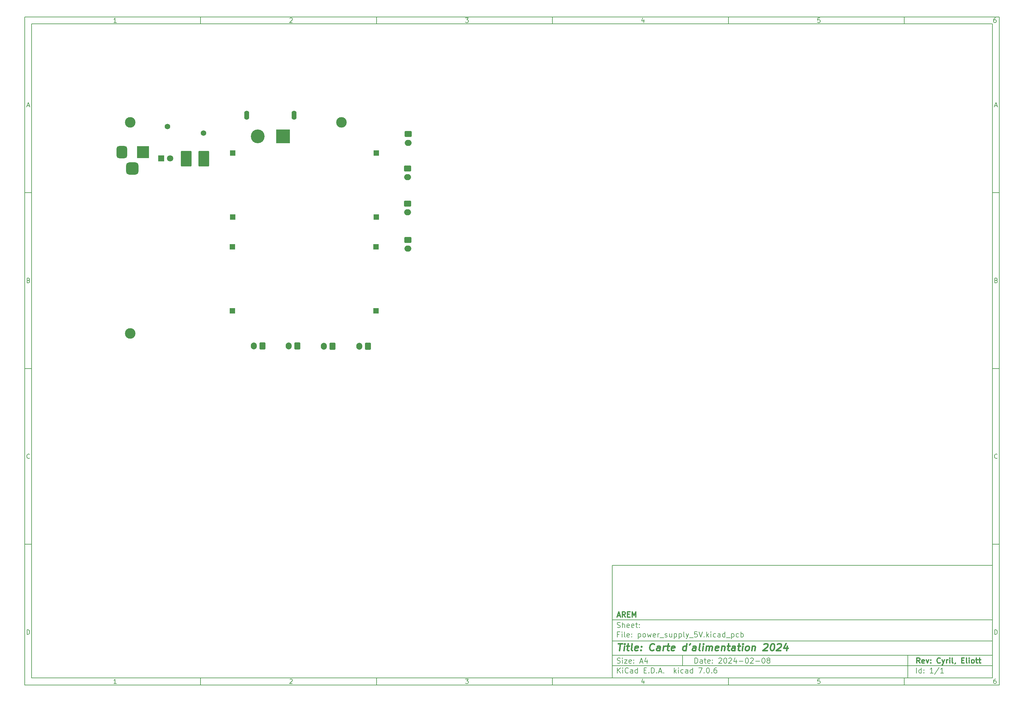
<source format=gbr>
%TF.GenerationSoftware,KiCad,Pcbnew,7.0.6*%
%TF.CreationDate,2024-02-08T22:19:59+01:00*%
%TF.ProjectId,power_supply_5V,706f7765-725f-4737-9570-706c795f3556,Cyril_ Eliott*%
%TF.SameCoordinates,Original*%
%TF.FileFunction,Soldermask,Top*%
%TF.FilePolarity,Negative*%
%FSLAX46Y46*%
G04 Gerber Fmt 4.6, Leading zero omitted, Abs format (unit mm)*
G04 Created by KiCad (PCBNEW 7.0.6) date 2024-02-08 22:19:59*
%MOMM*%
%LPD*%
G01*
G04 APERTURE LIST*
G04 Aperture macros list*
%AMRoundRect*
0 Rectangle with rounded corners*
0 $1 Rounding radius*
0 $2 $3 $4 $5 $6 $7 $8 $9 X,Y pos of 4 corners*
0 Add a 4 corners polygon primitive as box body*
4,1,4,$2,$3,$4,$5,$6,$7,$8,$9,$2,$3,0*
0 Add four circle primitives for the rounded corners*
1,1,$1+$1,$2,$3*
1,1,$1+$1,$4,$5*
1,1,$1+$1,$6,$7*
1,1,$1+$1,$8,$9*
0 Add four rect primitives between the rounded corners*
20,1,$1+$1,$2,$3,$4,$5,0*
20,1,$1+$1,$4,$5,$6,$7,0*
20,1,$1+$1,$6,$7,$8,$9,0*
20,1,$1+$1,$8,$9,$2,$3,0*%
G04 Aperture macros list end*
%ADD10C,0.100000*%
%ADD11C,0.150000*%
%ADD12C,0.300000*%
%ADD13C,0.400000*%
%ADD14RoundRect,0.102000X-1.858000X-1.858000X1.858000X-1.858000X1.858000X1.858000X-1.858000X1.858000X0*%
%ADD15C,3.920000*%
%ADD16O,1.404000X2.604000*%
%ADD17C,3.000000*%
%ADD18RoundRect,0.250000X-0.750000X0.600000X-0.750000X-0.600000X0.750000X-0.600000X0.750000X0.600000X0*%
%ADD19O,2.000000X1.700000*%
%ADD20RoundRect,0.250000X0.600000X0.750000X-0.600000X0.750000X-0.600000X-0.750000X0.600000X-0.750000X0*%
%ADD21O,1.700000X2.000000*%
%ADD22R,1.524000X1.524000*%
%ADD23RoundRect,0.250001X1.262499X1.974999X-1.262499X1.974999X-1.262499X-1.974999X1.262499X-1.974999X0*%
%ADD24R,1.800000X1.800000*%
%ADD25C,1.800000*%
%ADD26C,1.560000*%
%ADD27R,3.500000X3.500000*%
%ADD28RoundRect,0.750000X-0.750000X-1.000000X0.750000X-1.000000X0.750000X1.000000X-0.750000X1.000000X0*%
%ADD29RoundRect,0.875000X-0.875000X-0.875000X0.875000X-0.875000X0.875000X0.875000X-0.875000X0.875000X0*%
G04 APERTURE END LIST*
D10*
D11*
X177002200Y-166007200D02*
X285002200Y-166007200D01*
X285002200Y-198007200D01*
X177002200Y-198007200D01*
X177002200Y-166007200D01*
D10*
D11*
X10000000Y-10000000D02*
X287002200Y-10000000D01*
X287002200Y-200007200D01*
X10000000Y-200007200D01*
X10000000Y-10000000D01*
D10*
D11*
X12000000Y-12000000D02*
X285002200Y-12000000D01*
X285002200Y-198007200D01*
X12000000Y-198007200D01*
X12000000Y-12000000D01*
D10*
D11*
X60000000Y-12000000D02*
X60000000Y-10000000D01*
D10*
D11*
X110000000Y-12000000D02*
X110000000Y-10000000D01*
D10*
D11*
X160000000Y-12000000D02*
X160000000Y-10000000D01*
D10*
D11*
X210000000Y-12000000D02*
X210000000Y-10000000D01*
D10*
D11*
X260000000Y-12000000D02*
X260000000Y-10000000D01*
D10*
D11*
X36089160Y-11593604D02*
X35346303Y-11593604D01*
X35717731Y-11593604D02*
X35717731Y-10293604D01*
X35717731Y-10293604D02*
X35593922Y-10479319D01*
X35593922Y-10479319D02*
X35470112Y-10603128D01*
X35470112Y-10603128D02*
X35346303Y-10665033D01*
D10*
D11*
X85346303Y-10417414D02*
X85408207Y-10355509D01*
X85408207Y-10355509D02*
X85532017Y-10293604D01*
X85532017Y-10293604D02*
X85841541Y-10293604D01*
X85841541Y-10293604D02*
X85965350Y-10355509D01*
X85965350Y-10355509D02*
X86027255Y-10417414D01*
X86027255Y-10417414D02*
X86089160Y-10541223D01*
X86089160Y-10541223D02*
X86089160Y-10665033D01*
X86089160Y-10665033D02*
X86027255Y-10850747D01*
X86027255Y-10850747D02*
X85284398Y-11593604D01*
X85284398Y-11593604D02*
X86089160Y-11593604D01*
D10*
D11*
X135284398Y-10293604D02*
X136089160Y-10293604D01*
X136089160Y-10293604D02*
X135655826Y-10788842D01*
X135655826Y-10788842D02*
X135841541Y-10788842D01*
X135841541Y-10788842D02*
X135965350Y-10850747D01*
X135965350Y-10850747D02*
X136027255Y-10912652D01*
X136027255Y-10912652D02*
X136089160Y-11036461D01*
X136089160Y-11036461D02*
X136089160Y-11345985D01*
X136089160Y-11345985D02*
X136027255Y-11469795D01*
X136027255Y-11469795D02*
X135965350Y-11531700D01*
X135965350Y-11531700D02*
X135841541Y-11593604D01*
X135841541Y-11593604D02*
X135470112Y-11593604D01*
X135470112Y-11593604D02*
X135346303Y-11531700D01*
X135346303Y-11531700D02*
X135284398Y-11469795D01*
D10*
D11*
X185965350Y-10726938D02*
X185965350Y-11593604D01*
X185655826Y-10231700D02*
X185346303Y-11160271D01*
X185346303Y-11160271D02*
X186151064Y-11160271D01*
D10*
D11*
X236027255Y-10293604D02*
X235408207Y-10293604D01*
X235408207Y-10293604D02*
X235346303Y-10912652D01*
X235346303Y-10912652D02*
X235408207Y-10850747D01*
X235408207Y-10850747D02*
X235532017Y-10788842D01*
X235532017Y-10788842D02*
X235841541Y-10788842D01*
X235841541Y-10788842D02*
X235965350Y-10850747D01*
X235965350Y-10850747D02*
X236027255Y-10912652D01*
X236027255Y-10912652D02*
X236089160Y-11036461D01*
X236089160Y-11036461D02*
X236089160Y-11345985D01*
X236089160Y-11345985D02*
X236027255Y-11469795D01*
X236027255Y-11469795D02*
X235965350Y-11531700D01*
X235965350Y-11531700D02*
X235841541Y-11593604D01*
X235841541Y-11593604D02*
X235532017Y-11593604D01*
X235532017Y-11593604D02*
X235408207Y-11531700D01*
X235408207Y-11531700D02*
X235346303Y-11469795D01*
D10*
D11*
X285965350Y-10293604D02*
X285717731Y-10293604D01*
X285717731Y-10293604D02*
X285593922Y-10355509D01*
X285593922Y-10355509D02*
X285532017Y-10417414D01*
X285532017Y-10417414D02*
X285408207Y-10603128D01*
X285408207Y-10603128D02*
X285346303Y-10850747D01*
X285346303Y-10850747D02*
X285346303Y-11345985D01*
X285346303Y-11345985D02*
X285408207Y-11469795D01*
X285408207Y-11469795D02*
X285470112Y-11531700D01*
X285470112Y-11531700D02*
X285593922Y-11593604D01*
X285593922Y-11593604D02*
X285841541Y-11593604D01*
X285841541Y-11593604D02*
X285965350Y-11531700D01*
X285965350Y-11531700D02*
X286027255Y-11469795D01*
X286027255Y-11469795D02*
X286089160Y-11345985D01*
X286089160Y-11345985D02*
X286089160Y-11036461D01*
X286089160Y-11036461D02*
X286027255Y-10912652D01*
X286027255Y-10912652D02*
X285965350Y-10850747D01*
X285965350Y-10850747D02*
X285841541Y-10788842D01*
X285841541Y-10788842D02*
X285593922Y-10788842D01*
X285593922Y-10788842D02*
X285470112Y-10850747D01*
X285470112Y-10850747D02*
X285408207Y-10912652D01*
X285408207Y-10912652D02*
X285346303Y-11036461D01*
D10*
D11*
X60000000Y-198007200D02*
X60000000Y-200007200D01*
D10*
D11*
X110000000Y-198007200D02*
X110000000Y-200007200D01*
D10*
D11*
X160000000Y-198007200D02*
X160000000Y-200007200D01*
D10*
D11*
X210000000Y-198007200D02*
X210000000Y-200007200D01*
D10*
D11*
X260000000Y-198007200D02*
X260000000Y-200007200D01*
D10*
D11*
X36089160Y-199600804D02*
X35346303Y-199600804D01*
X35717731Y-199600804D02*
X35717731Y-198300804D01*
X35717731Y-198300804D02*
X35593922Y-198486519D01*
X35593922Y-198486519D02*
X35470112Y-198610328D01*
X35470112Y-198610328D02*
X35346303Y-198672233D01*
D10*
D11*
X85346303Y-198424614D02*
X85408207Y-198362709D01*
X85408207Y-198362709D02*
X85532017Y-198300804D01*
X85532017Y-198300804D02*
X85841541Y-198300804D01*
X85841541Y-198300804D02*
X85965350Y-198362709D01*
X85965350Y-198362709D02*
X86027255Y-198424614D01*
X86027255Y-198424614D02*
X86089160Y-198548423D01*
X86089160Y-198548423D02*
X86089160Y-198672233D01*
X86089160Y-198672233D02*
X86027255Y-198857947D01*
X86027255Y-198857947D02*
X85284398Y-199600804D01*
X85284398Y-199600804D02*
X86089160Y-199600804D01*
D10*
D11*
X135284398Y-198300804D02*
X136089160Y-198300804D01*
X136089160Y-198300804D02*
X135655826Y-198796042D01*
X135655826Y-198796042D02*
X135841541Y-198796042D01*
X135841541Y-198796042D02*
X135965350Y-198857947D01*
X135965350Y-198857947D02*
X136027255Y-198919852D01*
X136027255Y-198919852D02*
X136089160Y-199043661D01*
X136089160Y-199043661D02*
X136089160Y-199353185D01*
X136089160Y-199353185D02*
X136027255Y-199476995D01*
X136027255Y-199476995D02*
X135965350Y-199538900D01*
X135965350Y-199538900D02*
X135841541Y-199600804D01*
X135841541Y-199600804D02*
X135470112Y-199600804D01*
X135470112Y-199600804D02*
X135346303Y-199538900D01*
X135346303Y-199538900D02*
X135284398Y-199476995D01*
D10*
D11*
X185965350Y-198734138D02*
X185965350Y-199600804D01*
X185655826Y-198238900D02*
X185346303Y-199167471D01*
X185346303Y-199167471D02*
X186151064Y-199167471D01*
D10*
D11*
X236027255Y-198300804D02*
X235408207Y-198300804D01*
X235408207Y-198300804D02*
X235346303Y-198919852D01*
X235346303Y-198919852D02*
X235408207Y-198857947D01*
X235408207Y-198857947D02*
X235532017Y-198796042D01*
X235532017Y-198796042D02*
X235841541Y-198796042D01*
X235841541Y-198796042D02*
X235965350Y-198857947D01*
X235965350Y-198857947D02*
X236027255Y-198919852D01*
X236027255Y-198919852D02*
X236089160Y-199043661D01*
X236089160Y-199043661D02*
X236089160Y-199353185D01*
X236089160Y-199353185D02*
X236027255Y-199476995D01*
X236027255Y-199476995D02*
X235965350Y-199538900D01*
X235965350Y-199538900D02*
X235841541Y-199600804D01*
X235841541Y-199600804D02*
X235532017Y-199600804D01*
X235532017Y-199600804D02*
X235408207Y-199538900D01*
X235408207Y-199538900D02*
X235346303Y-199476995D01*
D10*
D11*
X285965350Y-198300804D02*
X285717731Y-198300804D01*
X285717731Y-198300804D02*
X285593922Y-198362709D01*
X285593922Y-198362709D02*
X285532017Y-198424614D01*
X285532017Y-198424614D02*
X285408207Y-198610328D01*
X285408207Y-198610328D02*
X285346303Y-198857947D01*
X285346303Y-198857947D02*
X285346303Y-199353185D01*
X285346303Y-199353185D02*
X285408207Y-199476995D01*
X285408207Y-199476995D02*
X285470112Y-199538900D01*
X285470112Y-199538900D02*
X285593922Y-199600804D01*
X285593922Y-199600804D02*
X285841541Y-199600804D01*
X285841541Y-199600804D02*
X285965350Y-199538900D01*
X285965350Y-199538900D02*
X286027255Y-199476995D01*
X286027255Y-199476995D02*
X286089160Y-199353185D01*
X286089160Y-199353185D02*
X286089160Y-199043661D01*
X286089160Y-199043661D02*
X286027255Y-198919852D01*
X286027255Y-198919852D02*
X285965350Y-198857947D01*
X285965350Y-198857947D02*
X285841541Y-198796042D01*
X285841541Y-198796042D02*
X285593922Y-198796042D01*
X285593922Y-198796042D02*
X285470112Y-198857947D01*
X285470112Y-198857947D02*
X285408207Y-198919852D01*
X285408207Y-198919852D02*
X285346303Y-199043661D01*
D10*
D11*
X10000000Y-60000000D02*
X12000000Y-60000000D01*
D10*
D11*
X10000000Y-110000000D02*
X12000000Y-110000000D01*
D10*
D11*
X10000000Y-160000000D02*
X12000000Y-160000000D01*
D10*
D11*
X10690476Y-35222176D02*
X11309523Y-35222176D01*
X10566666Y-35593604D02*
X10999999Y-34293604D01*
X10999999Y-34293604D02*
X11433333Y-35593604D01*
D10*
D11*
X11092857Y-84912652D02*
X11278571Y-84974557D01*
X11278571Y-84974557D02*
X11340476Y-85036461D01*
X11340476Y-85036461D02*
X11402380Y-85160271D01*
X11402380Y-85160271D02*
X11402380Y-85345985D01*
X11402380Y-85345985D02*
X11340476Y-85469795D01*
X11340476Y-85469795D02*
X11278571Y-85531700D01*
X11278571Y-85531700D02*
X11154761Y-85593604D01*
X11154761Y-85593604D02*
X10659523Y-85593604D01*
X10659523Y-85593604D02*
X10659523Y-84293604D01*
X10659523Y-84293604D02*
X11092857Y-84293604D01*
X11092857Y-84293604D02*
X11216666Y-84355509D01*
X11216666Y-84355509D02*
X11278571Y-84417414D01*
X11278571Y-84417414D02*
X11340476Y-84541223D01*
X11340476Y-84541223D02*
X11340476Y-84665033D01*
X11340476Y-84665033D02*
X11278571Y-84788842D01*
X11278571Y-84788842D02*
X11216666Y-84850747D01*
X11216666Y-84850747D02*
X11092857Y-84912652D01*
X11092857Y-84912652D02*
X10659523Y-84912652D01*
D10*
D11*
X11402380Y-135469795D02*
X11340476Y-135531700D01*
X11340476Y-135531700D02*
X11154761Y-135593604D01*
X11154761Y-135593604D02*
X11030952Y-135593604D01*
X11030952Y-135593604D02*
X10845238Y-135531700D01*
X10845238Y-135531700D02*
X10721428Y-135407890D01*
X10721428Y-135407890D02*
X10659523Y-135284080D01*
X10659523Y-135284080D02*
X10597619Y-135036461D01*
X10597619Y-135036461D02*
X10597619Y-134850747D01*
X10597619Y-134850747D02*
X10659523Y-134603128D01*
X10659523Y-134603128D02*
X10721428Y-134479319D01*
X10721428Y-134479319D02*
X10845238Y-134355509D01*
X10845238Y-134355509D02*
X11030952Y-134293604D01*
X11030952Y-134293604D02*
X11154761Y-134293604D01*
X11154761Y-134293604D02*
X11340476Y-134355509D01*
X11340476Y-134355509D02*
X11402380Y-134417414D01*
D10*
D11*
X10659523Y-185593604D02*
X10659523Y-184293604D01*
X10659523Y-184293604D02*
X10969047Y-184293604D01*
X10969047Y-184293604D02*
X11154761Y-184355509D01*
X11154761Y-184355509D02*
X11278571Y-184479319D01*
X11278571Y-184479319D02*
X11340476Y-184603128D01*
X11340476Y-184603128D02*
X11402380Y-184850747D01*
X11402380Y-184850747D02*
X11402380Y-185036461D01*
X11402380Y-185036461D02*
X11340476Y-185284080D01*
X11340476Y-185284080D02*
X11278571Y-185407890D01*
X11278571Y-185407890D02*
X11154761Y-185531700D01*
X11154761Y-185531700D02*
X10969047Y-185593604D01*
X10969047Y-185593604D02*
X10659523Y-185593604D01*
D10*
D11*
X287002200Y-60000000D02*
X285002200Y-60000000D01*
D10*
D11*
X287002200Y-110000000D02*
X285002200Y-110000000D01*
D10*
D11*
X287002200Y-160000000D02*
X285002200Y-160000000D01*
D10*
D11*
X285692676Y-35222176D02*
X286311723Y-35222176D01*
X285568866Y-35593604D02*
X286002199Y-34293604D01*
X286002199Y-34293604D02*
X286435533Y-35593604D01*
D10*
D11*
X286095057Y-84912652D02*
X286280771Y-84974557D01*
X286280771Y-84974557D02*
X286342676Y-85036461D01*
X286342676Y-85036461D02*
X286404580Y-85160271D01*
X286404580Y-85160271D02*
X286404580Y-85345985D01*
X286404580Y-85345985D02*
X286342676Y-85469795D01*
X286342676Y-85469795D02*
X286280771Y-85531700D01*
X286280771Y-85531700D02*
X286156961Y-85593604D01*
X286156961Y-85593604D02*
X285661723Y-85593604D01*
X285661723Y-85593604D02*
X285661723Y-84293604D01*
X285661723Y-84293604D02*
X286095057Y-84293604D01*
X286095057Y-84293604D02*
X286218866Y-84355509D01*
X286218866Y-84355509D02*
X286280771Y-84417414D01*
X286280771Y-84417414D02*
X286342676Y-84541223D01*
X286342676Y-84541223D02*
X286342676Y-84665033D01*
X286342676Y-84665033D02*
X286280771Y-84788842D01*
X286280771Y-84788842D02*
X286218866Y-84850747D01*
X286218866Y-84850747D02*
X286095057Y-84912652D01*
X286095057Y-84912652D02*
X285661723Y-84912652D01*
D10*
D11*
X286404580Y-135469795D02*
X286342676Y-135531700D01*
X286342676Y-135531700D02*
X286156961Y-135593604D01*
X286156961Y-135593604D02*
X286033152Y-135593604D01*
X286033152Y-135593604D02*
X285847438Y-135531700D01*
X285847438Y-135531700D02*
X285723628Y-135407890D01*
X285723628Y-135407890D02*
X285661723Y-135284080D01*
X285661723Y-135284080D02*
X285599819Y-135036461D01*
X285599819Y-135036461D02*
X285599819Y-134850747D01*
X285599819Y-134850747D02*
X285661723Y-134603128D01*
X285661723Y-134603128D02*
X285723628Y-134479319D01*
X285723628Y-134479319D02*
X285847438Y-134355509D01*
X285847438Y-134355509D02*
X286033152Y-134293604D01*
X286033152Y-134293604D02*
X286156961Y-134293604D01*
X286156961Y-134293604D02*
X286342676Y-134355509D01*
X286342676Y-134355509D02*
X286404580Y-134417414D01*
D10*
D11*
X285661723Y-185593604D02*
X285661723Y-184293604D01*
X285661723Y-184293604D02*
X285971247Y-184293604D01*
X285971247Y-184293604D02*
X286156961Y-184355509D01*
X286156961Y-184355509D02*
X286280771Y-184479319D01*
X286280771Y-184479319D02*
X286342676Y-184603128D01*
X286342676Y-184603128D02*
X286404580Y-184850747D01*
X286404580Y-184850747D02*
X286404580Y-185036461D01*
X286404580Y-185036461D02*
X286342676Y-185284080D01*
X286342676Y-185284080D02*
X286280771Y-185407890D01*
X286280771Y-185407890D02*
X286156961Y-185531700D01*
X286156961Y-185531700D02*
X285971247Y-185593604D01*
X285971247Y-185593604D02*
X285661723Y-185593604D01*
D10*
D11*
X200458026Y-193793328D02*
X200458026Y-192293328D01*
X200458026Y-192293328D02*
X200815169Y-192293328D01*
X200815169Y-192293328D02*
X201029455Y-192364757D01*
X201029455Y-192364757D02*
X201172312Y-192507614D01*
X201172312Y-192507614D02*
X201243741Y-192650471D01*
X201243741Y-192650471D02*
X201315169Y-192936185D01*
X201315169Y-192936185D02*
X201315169Y-193150471D01*
X201315169Y-193150471D02*
X201243741Y-193436185D01*
X201243741Y-193436185D02*
X201172312Y-193579042D01*
X201172312Y-193579042D02*
X201029455Y-193721900D01*
X201029455Y-193721900D02*
X200815169Y-193793328D01*
X200815169Y-193793328D02*
X200458026Y-193793328D01*
X202600884Y-193793328D02*
X202600884Y-193007614D01*
X202600884Y-193007614D02*
X202529455Y-192864757D01*
X202529455Y-192864757D02*
X202386598Y-192793328D01*
X202386598Y-192793328D02*
X202100884Y-192793328D01*
X202100884Y-192793328D02*
X201958026Y-192864757D01*
X202600884Y-193721900D02*
X202458026Y-193793328D01*
X202458026Y-193793328D02*
X202100884Y-193793328D01*
X202100884Y-193793328D02*
X201958026Y-193721900D01*
X201958026Y-193721900D02*
X201886598Y-193579042D01*
X201886598Y-193579042D02*
X201886598Y-193436185D01*
X201886598Y-193436185D02*
X201958026Y-193293328D01*
X201958026Y-193293328D02*
X202100884Y-193221900D01*
X202100884Y-193221900D02*
X202458026Y-193221900D01*
X202458026Y-193221900D02*
X202600884Y-193150471D01*
X203100884Y-192793328D02*
X203672312Y-192793328D01*
X203315169Y-192293328D02*
X203315169Y-193579042D01*
X203315169Y-193579042D02*
X203386598Y-193721900D01*
X203386598Y-193721900D02*
X203529455Y-193793328D01*
X203529455Y-193793328D02*
X203672312Y-193793328D01*
X204743741Y-193721900D02*
X204600884Y-193793328D01*
X204600884Y-193793328D02*
X204315170Y-193793328D01*
X204315170Y-193793328D02*
X204172312Y-193721900D01*
X204172312Y-193721900D02*
X204100884Y-193579042D01*
X204100884Y-193579042D02*
X204100884Y-193007614D01*
X204100884Y-193007614D02*
X204172312Y-192864757D01*
X204172312Y-192864757D02*
X204315170Y-192793328D01*
X204315170Y-192793328D02*
X204600884Y-192793328D01*
X204600884Y-192793328D02*
X204743741Y-192864757D01*
X204743741Y-192864757D02*
X204815170Y-193007614D01*
X204815170Y-193007614D02*
X204815170Y-193150471D01*
X204815170Y-193150471D02*
X204100884Y-193293328D01*
X205458026Y-193650471D02*
X205529455Y-193721900D01*
X205529455Y-193721900D02*
X205458026Y-193793328D01*
X205458026Y-193793328D02*
X205386598Y-193721900D01*
X205386598Y-193721900D02*
X205458026Y-193650471D01*
X205458026Y-193650471D02*
X205458026Y-193793328D01*
X205458026Y-192864757D02*
X205529455Y-192936185D01*
X205529455Y-192936185D02*
X205458026Y-193007614D01*
X205458026Y-193007614D02*
X205386598Y-192936185D01*
X205386598Y-192936185D02*
X205458026Y-192864757D01*
X205458026Y-192864757D02*
X205458026Y-193007614D01*
X207243741Y-192436185D02*
X207315169Y-192364757D01*
X207315169Y-192364757D02*
X207458027Y-192293328D01*
X207458027Y-192293328D02*
X207815169Y-192293328D01*
X207815169Y-192293328D02*
X207958027Y-192364757D01*
X207958027Y-192364757D02*
X208029455Y-192436185D01*
X208029455Y-192436185D02*
X208100884Y-192579042D01*
X208100884Y-192579042D02*
X208100884Y-192721900D01*
X208100884Y-192721900D02*
X208029455Y-192936185D01*
X208029455Y-192936185D02*
X207172312Y-193793328D01*
X207172312Y-193793328D02*
X208100884Y-193793328D01*
X209029455Y-192293328D02*
X209172312Y-192293328D01*
X209172312Y-192293328D02*
X209315169Y-192364757D01*
X209315169Y-192364757D02*
X209386598Y-192436185D01*
X209386598Y-192436185D02*
X209458026Y-192579042D01*
X209458026Y-192579042D02*
X209529455Y-192864757D01*
X209529455Y-192864757D02*
X209529455Y-193221900D01*
X209529455Y-193221900D02*
X209458026Y-193507614D01*
X209458026Y-193507614D02*
X209386598Y-193650471D01*
X209386598Y-193650471D02*
X209315169Y-193721900D01*
X209315169Y-193721900D02*
X209172312Y-193793328D01*
X209172312Y-193793328D02*
X209029455Y-193793328D01*
X209029455Y-193793328D02*
X208886598Y-193721900D01*
X208886598Y-193721900D02*
X208815169Y-193650471D01*
X208815169Y-193650471D02*
X208743740Y-193507614D01*
X208743740Y-193507614D02*
X208672312Y-193221900D01*
X208672312Y-193221900D02*
X208672312Y-192864757D01*
X208672312Y-192864757D02*
X208743740Y-192579042D01*
X208743740Y-192579042D02*
X208815169Y-192436185D01*
X208815169Y-192436185D02*
X208886598Y-192364757D01*
X208886598Y-192364757D02*
X209029455Y-192293328D01*
X210100883Y-192436185D02*
X210172311Y-192364757D01*
X210172311Y-192364757D02*
X210315169Y-192293328D01*
X210315169Y-192293328D02*
X210672311Y-192293328D01*
X210672311Y-192293328D02*
X210815169Y-192364757D01*
X210815169Y-192364757D02*
X210886597Y-192436185D01*
X210886597Y-192436185D02*
X210958026Y-192579042D01*
X210958026Y-192579042D02*
X210958026Y-192721900D01*
X210958026Y-192721900D02*
X210886597Y-192936185D01*
X210886597Y-192936185D02*
X210029454Y-193793328D01*
X210029454Y-193793328D02*
X210958026Y-193793328D01*
X212243740Y-192793328D02*
X212243740Y-193793328D01*
X211886597Y-192221900D02*
X211529454Y-193293328D01*
X211529454Y-193293328D02*
X212458025Y-193293328D01*
X213029453Y-193221900D02*
X214172311Y-193221900D01*
X215172311Y-192293328D02*
X215315168Y-192293328D01*
X215315168Y-192293328D02*
X215458025Y-192364757D01*
X215458025Y-192364757D02*
X215529454Y-192436185D01*
X215529454Y-192436185D02*
X215600882Y-192579042D01*
X215600882Y-192579042D02*
X215672311Y-192864757D01*
X215672311Y-192864757D02*
X215672311Y-193221900D01*
X215672311Y-193221900D02*
X215600882Y-193507614D01*
X215600882Y-193507614D02*
X215529454Y-193650471D01*
X215529454Y-193650471D02*
X215458025Y-193721900D01*
X215458025Y-193721900D02*
X215315168Y-193793328D01*
X215315168Y-193793328D02*
X215172311Y-193793328D01*
X215172311Y-193793328D02*
X215029454Y-193721900D01*
X215029454Y-193721900D02*
X214958025Y-193650471D01*
X214958025Y-193650471D02*
X214886596Y-193507614D01*
X214886596Y-193507614D02*
X214815168Y-193221900D01*
X214815168Y-193221900D02*
X214815168Y-192864757D01*
X214815168Y-192864757D02*
X214886596Y-192579042D01*
X214886596Y-192579042D02*
X214958025Y-192436185D01*
X214958025Y-192436185D02*
X215029454Y-192364757D01*
X215029454Y-192364757D02*
X215172311Y-192293328D01*
X216243739Y-192436185D02*
X216315167Y-192364757D01*
X216315167Y-192364757D02*
X216458025Y-192293328D01*
X216458025Y-192293328D02*
X216815167Y-192293328D01*
X216815167Y-192293328D02*
X216958025Y-192364757D01*
X216958025Y-192364757D02*
X217029453Y-192436185D01*
X217029453Y-192436185D02*
X217100882Y-192579042D01*
X217100882Y-192579042D02*
X217100882Y-192721900D01*
X217100882Y-192721900D02*
X217029453Y-192936185D01*
X217029453Y-192936185D02*
X216172310Y-193793328D01*
X216172310Y-193793328D02*
X217100882Y-193793328D01*
X217743738Y-193221900D02*
X218886596Y-193221900D01*
X219886596Y-192293328D02*
X220029453Y-192293328D01*
X220029453Y-192293328D02*
X220172310Y-192364757D01*
X220172310Y-192364757D02*
X220243739Y-192436185D01*
X220243739Y-192436185D02*
X220315167Y-192579042D01*
X220315167Y-192579042D02*
X220386596Y-192864757D01*
X220386596Y-192864757D02*
X220386596Y-193221900D01*
X220386596Y-193221900D02*
X220315167Y-193507614D01*
X220315167Y-193507614D02*
X220243739Y-193650471D01*
X220243739Y-193650471D02*
X220172310Y-193721900D01*
X220172310Y-193721900D02*
X220029453Y-193793328D01*
X220029453Y-193793328D02*
X219886596Y-193793328D01*
X219886596Y-193793328D02*
X219743739Y-193721900D01*
X219743739Y-193721900D02*
X219672310Y-193650471D01*
X219672310Y-193650471D02*
X219600881Y-193507614D01*
X219600881Y-193507614D02*
X219529453Y-193221900D01*
X219529453Y-193221900D02*
X219529453Y-192864757D01*
X219529453Y-192864757D02*
X219600881Y-192579042D01*
X219600881Y-192579042D02*
X219672310Y-192436185D01*
X219672310Y-192436185D02*
X219743739Y-192364757D01*
X219743739Y-192364757D02*
X219886596Y-192293328D01*
X221243738Y-192936185D02*
X221100881Y-192864757D01*
X221100881Y-192864757D02*
X221029452Y-192793328D01*
X221029452Y-192793328D02*
X220958024Y-192650471D01*
X220958024Y-192650471D02*
X220958024Y-192579042D01*
X220958024Y-192579042D02*
X221029452Y-192436185D01*
X221029452Y-192436185D02*
X221100881Y-192364757D01*
X221100881Y-192364757D02*
X221243738Y-192293328D01*
X221243738Y-192293328D02*
X221529452Y-192293328D01*
X221529452Y-192293328D02*
X221672310Y-192364757D01*
X221672310Y-192364757D02*
X221743738Y-192436185D01*
X221743738Y-192436185D02*
X221815167Y-192579042D01*
X221815167Y-192579042D02*
X221815167Y-192650471D01*
X221815167Y-192650471D02*
X221743738Y-192793328D01*
X221743738Y-192793328D02*
X221672310Y-192864757D01*
X221672310Y-192864757D02*
X221529452Y-192936185D01*
X221529452Y-192936185D02*
X221243738Y-192936185D01*
X221243738Y-192936185D02*
X221100881Y-193007614D01*
X221100881Y-193007614D02*
X221029452Y-193079042D01*
X221029452Y-193079042D02*
X220958024Y-193221900D01*
X220958024Y-193221900D02*
X220958024Y-193507614D01*
X220958024Y-193507614D02*
X221029452Y-193650471D01*
X221029452Y-193650471D02*
X221100881Y-193721900D01*
X221100881Y-193721900D02*
X221243738Y-193793328D01*
X221243738Y-193793328D02*
X221529452Y-193793328D01*
X221529452Y-193793328D02*
X221672310Y-193721900D01*
X221672310Y-193721900D02*
X221743738Y-193650471D01*
X221743738Y-193650471D02*
X221815167Y-193507614D01*
X221815167Y-193507614D02*
X221815167Y-193221900D01*
X221815167Y-193221900D02*
X221743738Y-193079042D01*
X221743738Y-193079042D02*
X221672310Y-193007614D01*
X221672310Y-193007614D02*
X221529452Y-192936185D01*
D10*
D11*
X177002200Y-194507200D02*
X285002200Y-194507200D01*
D10*
D11*
X178458026Y-196593328D02*
X178458026Y-195093328D01*
X179315169Y-196593328D02*
X178672312Y-195736185D01*
X179315169Y-195093328D02*
X178458026Y-195950471D01*
X179958026Y-196593328D02*
X179958026Y-195593328D01*
X179958026Y-195093328D02*
X179886598Y-195164757D01*
X179886598Y-195164757D02*
X179958026Y-195236185D01*
X179958026Y-195236185D02*
X180029455Y-195164757D01*
X180029455Y-195164757D02*
X179958026Y-195093328D01*
X179958026Y-195093328D02*
X179958026Y-195236185D01*
X181529455Y-196450471D02*
X181458027Y-196521900D01*
X181458027Y-196521900D02*
X181243741Y-196593328D01*
X181243741Y-196593328D02*
X181100884Y-196593328D01*
X181100884Y-196593328D02*
X180886598Y-196521900D01*
X180886598Y-196521900D02*
X180743741Y-196379042D01*
X180743741Y-196379042D02*
X180672312Y-196236185D01*
X180672312Y-196236185D02*
X180600884Y-195950471D01*
X180600884Y-195950471D02*
X180600884Y-195736185D01*
X180600884Y-195736185D02*
X180672312Y-195450471D01*
X180672312Y-195450471D02*
X180743741Y-195307614D01*
X180743741Y-195307614D02*
X180886598Y-195164757D01*
X180886598Y-195164757D02*
X181100884Y-195093328D01*
X181100884Y-195093328D02*
X181243741Y-195093328D01*
X181243741Y-195093328D02*
X181458027Y-195164757D01*
X181458027Y-195164757D02*
X181529455Y-195236185D01*
X182815170Y-196593328D02*
X182815170Y-195807614D01*
X182815170Y-195807614D02*
X182743741Y-195664757D01*
X182743741Y-195664757D02*
X182600884Y-195593328D01*
X182600884Y-195593328D02*
X182315170Y-195593328D01*
X182315170Y-195593328D02*
X182172312Y-195664757D01*
X182815170Y-196521900D02*
X182672312Y-196593328D01*
X182672312Y-196593328D02*
X182315170Y-196593328D01*
X182315170Y-196593328D02*
X182172312Y-196521900D01*
X182172312Y-196521900D02*
X182100884Y-196379042D01*
X182100884Y-196379042D02*
X182100884Y-196236185D01*
X182100884Y-196236185D02*
X182172312Y-196093328D01*
X182172312Y-196093328D02*
X182315170Y-196021900D01*
X182315170Y-196021900D02*
X182672312Y-196021900D01*
X182672312Y-196021900D02*
X182815170Y-195950471D01*
X184172313Y-196593328D02*
X184172313Y-195093328D01*
X184172313Y-196521900D02*
X184029455Y-196593328D01*
X184029455Y-196593328D02*
X183743741Y-196593328D01*
X183743741Y-196593328D02*
X183600884Y-196521900D01*
X183600884Y-196521900D02*
X183529455Y-196450471D01*
X183529455Y-196450471D02*
X183458027Y-196307614D01*
X183458027Y-196307614D02*
X183458027Y-195879042D01*
X183458027Y-195879042D02*
X183529455Y-195736185D01*
X183529455Y-195736185D02*
X183600884Y-195664757D01*
X183600884Y-195664757D02*
X183743741Y-195593328D01*
X183743741Y-195593328D02*
X184029455Y-195593328D01*
X184029455Y-195593328D02*
X184172313Y-195664757D01*
X186029455Y-195807614D02*
X186529455Y-195807614D01*
X186743741Y-196593328D02*
X186029455Y-196593328D01*
X186029455Y-196593328D02*
X186029455Y-195093328D01*
X186029455Y-195093328D02*
X186743741Y-195093328D01*
X187386598Y-196450471D02*
X187458027Y-196521900D01*
X187458027Y-196521900D02*
X187386598Y-196593328D01*
X187386598Y-196593328D02*
X187315170Y-196521900D01*
X187315170Y-196521900D02*
X187386598Y-196450471D01*
X187386598Y-196450471D02*
X187386598Y-196593328D01*
X188100884Y-196593328D02*
X188100884Y-195093328D01*
X188100884Y-195093328D02*
X188458027Y-195093328D01*
X188458027Y-195093328D02*
X188672313Y-195164757D01*
X188672313Y-195164757D02*
X188815170Y-195307614D01*
X188815170Y-195307614D02*
X188886599Y-195450471D01*
X188886599Y-195450471D02*
X188958027Y-195736185D01*
X188958027Y-195736185D02*
X188958027Y-195950471D01*
X188958027Y-195950471D02*
X188886599Y-196236185D01*
X188886599Y-196236185D02*
X188815170Y-196379042D01*
X188815170Y-196379042D02*
X188672313Y-196521900D01*
X188672313Y-196521900D02*
X188458027Y-196593328D01*
X188458027Y-196593328D02*
X188100884Y-196593328D01*
X189600884Y-196450471D02*
X189672313Y-196521900D01*
X189672313Y-196521900D02*
X189600884Y-196593328D01*
X189600884Y-196593328D02*
X189529456Y-196521900D01*
X189529456Y-196521900D02*
X189600884Y-196450471D01*
X189600884Y-196450471D02*
X189600884Y-196593328D01*
X190243742Y-196164757D02*
X190958028Y-196164757D01*
X190100885Y-196593328D02*
X190600885Y-195093328D01*
X190600885Y-195093328D02*
X191100885Y-196593328D01*
X191600884Y-196450471D02*
X191672313Y-196521900D01*
X191672313Y-196521900D02*
X191600884Y-196593328D01*
X191600884Y-196593328D02*
X191529456Y-196521900D01*
X191529456Y-196521900D02*
X191600884Y-196450471D01*
X191600884Y-196450471D02*
X191600884Y-196593328D01*
X194600884Y-196593328D02*
X194600884Y-195093328D01*
X194743742Y-196021900D02*
X195172313Y-196593328D01*
X195172313Y-195593328D02*
X194600884Y-196164757D01*
X195815170Y-196593328D02*
X195815170Y-195593328D01*
X195815170Y-195093328D02*
X195743742Y-195164757D01*
X195743742Y-195164757D02*
X195815170Y-195236185D01*
X195815170Y-195236185D02*
X195886599Y-195164757D01*
X195886599Y-195164757D02*
X195815170Y-195093328D01*
X195815170Y-195093328D02*
X195815170Y-195236185D01*
X197172314Y-196521900D02*
X197029456Y-196593328D01*
X197029456Y-196593328D02*
X196743742Y-196593328D01*
X196743742Y-196593328D02*
X196600885Y-196521900D01*
X196600885Y-196521900D02*
X196529456Y-196450471D01*
X196529456Y-196450471D02*
X196458028Y-196307614D01*
X196458028Y-196307614D02*
X196458028Y-195879042D01*
X196458028Y-195879042D02*
X196529456Y-195736185D01*
X196529456Y-195736185D02*
X196600885Y-195664757D01*
X196600885Y-195664757D02*
X196743742Y-195593328D01*
X196743742Y-195593328D02*
X197029456Y-195593328D01*
X197029456Y-195593328D02*
X197172314Y-195664757D01*
X198458028Y-196593328D02*
X198458028Y-195807614D01*
X198458028Y-195807614D02*
X198386599Y-195664757D01*
X198386599Y-195664757D02*
X198243742Y-195593328D01*
X198243742Y-195593328D02*
X197958028Y-195593328D01*
X197958028Y-195593328D02*
X197815170Y-195664757D01*
X198458028Y-196521900D02*
X198315170Y-196593328D01*
X198315170Y-196593328D02*
X197958028Y-196593328D01*
X197958028Y-196593328D02*
X197815170Y-196521900D01*
X197815170Y-196521900D02*
X197743742Y-196379042D01*
X197743742Y-196379042D02*
X197743742Y-196236185D01*
X197743742Y-196236185D02*
X197815170Y-196093328D01*
X197815170Y-196093328D02*
X197958028Y-196021900D01*
X197958028Y-196021900D02*
X198315170Y-196021900D01*
X198315170Y-196021900D02*
X198458028Y-195950471D01*
X199815171Y-196593328D02*
X199815171Y-195093328D01*
X199815171Y-196521900D02*
X199672313Y-196593328D01*
X199672313Y-196593328D02*
X199386599Y-196593328D01*
X199386599Y-196593328D02*
X199243742Y-196521900D01*
X199243742Y-196521900D02*
X199172313Y-196450471D01*
X199172313Y-196450471D02*
X199100885Y-196307614D01*
X199100885Y-196307614D02*
X199100885Y-195879042D01*
X199100885Y-195879042D02*
X199172313Y-195736185D01*
X199172313Y-195736185D02*
X199243742Y-195664757D01*
X199243742Y-195664757D02*
X199386599Y-195593328D01*
X199386599Y-195593328D02*
X199672313Y-195593328D01*
X199672313Y-195593328D02*
X199815171Y-195664757D01*
X201529456Y-195093328D02*
X202529456Y-195093328D01*
X202529456Y-195093328D02*
X201886599Y-196593328D01*
X203100884Y-196450471D02*
X203172313Y-196521900D01*
X203172313Y-196521900D02*
X203100884Y-196593328D01*
X203100884Y-196593328D02*
X203029456Y-196521900D01*
X203029456Y-196521900D02*
X203100884Y-196450471D01*
X203100884Y-196450471D02*
X203100884Y-196593328D01*
X204100885Y-195093328D02*
X204243742Y-195093328D01*
X204243742Y-195093328D02*
X204386599Y-195164757D01*
X204386599Y-195164757D02*
X204458028Y-195236185D01*
X204458028Y-195236185D02*
X204529456Y-195379042D01*
X204529456Y-195379042D02*
X204600885Y-195664757D01*
X204600885Y-195664757D02*
X204600885Y-196021900D01*
X204600885Y-196021900D02*
X204529456Y-196307614D01*
X204529456Y-196307614D02*
X204458028Y-196450471D01*
X204458028Y-196450471D02*
X204386599Y-196521900D01*
X204386599Y-196521900D02*
X204243742Y-196593328D01*
X204243742Y-196593328D02*
X204100885Y-196593328D01*
X204100885Y-196593328D02*
X203958028Y-196521900D01*
X203958028Y-196521900D02*
X203886599Y-196450471D01*
X203886599Y-196450471D02*
X203815170Y-196307614D01*
X203815170Y-196307614D02*
X203743742Y-196021900D01*
X203743742Y-196021900D02*
X203743742Y-195664757D01*
X203743742Y-195664757D02*
X203815170Y-195379042D01*
X203815170Y-195379042D02*
X203886599Y-195236185D01*
X203886599Y-195236185D02*
X203958028Y-195164757D01*
X203958028Y-195164757D02*
X204100885Y-195093328D01*
X205243741Y-196450471D02*
X205315170Y-196521900D01*
X205315170Y-196521900D02*
X205243741Y-196593328D01*
X205243741Y-196593328D02*
X205172313Y-196521900D01*
X205172313Y-196521900D02*
X205243741Y-196450471D01*
X205243741Y-196450471D02*
X205243741Y-196593328D01*
X206600885Y-195093328D02*
X206315170Y-195093328D01*
X206315170Y-195093328D02*
X206172313Y-195164757D01*
X206172313Y-195164757D02*
X206100885Y-195236185D01*
X206100885Y-195236185D02*
X205958027Y-195450471D01*
X205958027Y-195450471D02*
X205886599Y-195736185D01*
X205886599Y-195736185D02*
X205886599Y-196307614D01*
X205886599Y-196307614D02*
X205958027Y-196450471D01*
X205958027Y-196450471D02*
X206029456Y-196521900D01*
X206029456Y-196521900D02*
X206172313Y-196593328D01*
X206172313Y-196593328D02*
X206458027Y-196593328D01*
X206458027Y-196593328D02*
X206600885Y-196521900D01*
X206600885Y-196521900D02*
X206672313Y-196450471D01*
X206672313Y-196450471D02*
X206743742Y-196307614D01*
X206743742Y-196307614D02*
X206743742Y-195950471D01*
X206743742Y-195950471D02*
X206672313Y-195807614D01*
X206672313Y-195807614D02*
X206600885Y-195736185D01*
X206600885Y-195736185D02*
X206458027Y-195664757D01*
X206458027Y-195664757D02*
X206172313Y-195664757D01*
X206172313Y-195664757D02*
X206029456Y-195736185D01*
X206029456Y-195736185D02*
X205958027Y-195807614D01*
X205958027Y-195807614D02*
X205886599Y-195950471D01*
D10*
D11*
X177002200Y-191507200D02*
X285002200Y-191507200D01*
D10*
D12*
X264413853Y-193785528D02*
X263913853Y-193071242D01*
X263556710Y-193785528D02*
X263556710Y-192285528D01*
X263556710Y-192285528D02*
X264128139Y-192285528D01*
X264128139Y-192285528D02*
X264270996Y-192356957D01*
X264270996Y-192356957D02*
X264342425Y-192428385D01*
X264342425Y-192428385D02*
X264413853Y-192571242D01*
X264413853Y-192571242D02*
X264413853Y-192785528D01*
X264413853Y-192785528D02*
X264342425Y-192928385D01*
X264342425Y-192928385D02*
X264270996Y-192999814D01*
X264270996Y-192999814D02*
X264128139Y-193071242D01*
X264128139Y-193071242D02*
X263556710Y-193071242D01*
X265628139Y-193714100D02*
X265485282Y-193785528D01*
X265485282Y-193785528D02*
X265199568Y-193785528D01*
X265199568Y-193785528D02*
X265056710Y-193714100D01*
X265056710Y-193714100D02*
X264985282Y-193571242D01*
X264985282Y-193571242D02*
X264985282Y-192999814D01*
X264985282Y-192999814D02*
X265056710Y-192856957D01*
X265056710Y-192856957D02*
X265199568Y-192785528D01*
X265199568Y-192785528D02*
X265485282Y-192785528D01*
X265485282Y-192785528D02*
X265628139Y-192856957D01*
X265628139Y-192856957D02*
X265699568Y-192999814D01*
X265699568Y-192999814D02*
X265699568Y-193142671D01*
X265699568Y-193142671D02*
X264985282Y-193285528D01*
X266199567Y-192785528D02*
X266556710Y-193785528D01*
X266556710Y-193785528D02*
X266913853Y-192785528D01*
X267485281Y-193642671D02*
X267556710Y-193714100D01*
X267556710Y-193714100D02*
X267485281Y-193785528D01*
X267485281Y-193785528D02*
X267413853Y-193714100D01*
X267413853Y-193714100D02*
X267485281Y-193642671D01*
X267485281Y-193642671D02*
X267485281Y-193785528D01*
X267485281Y-192856957D02*
X267556710Y-192928385D01*
X267556710Y-192928385D02*
X267485281Y-192999814D01*
X267485281Y-192999814D02*
X267413853Y-192928385D01*
X267413853Y-192928385D02*
X267485281Y-192856957D01*
X267485281Y-192856957D02*
X267485281Y-192999814D01*
X270199567Y-193642671D02*
X270128139Y-193714100D01*
X270128139Y-193714100D02*
X269913853Y-193785528D01*
X269913853Y-193785528D02*
X269770996Y-193785528D01*
X269770996Y-193785528D02*
X269556710Y-193714100D01*
X269556710Y-193714100D02*
X269413853Y-193571242D01*
X269413853Y-193571242D02*
X269342424Y-193428385D01*
X269342424Y-193428385D02*
X269270996Y-193142671D01*
X269270996Y-193142671D02*
X269270996Y-192928385D01*
X269270996Y-192928385D02*
X269342424Y-192642671D01*
X269342424Y-192642671D02*
X269413853Y-192499814D01*
X269413853Y-192499814D02*
X269556710Y-192356957D01*
X269556710Y-192356957D02*
X269770996Y-192285528D01*
X269770996Y-192285528D02*
X269913853Y-192285528D01*
X269913853Y-192285528D02*
X270128139Y-192356957D01*
X270128139Y-192356957D02*
X270199567Y-192428385D01*
X270699567Y-192785528D02*
X271056710Y-193785528D01*
X271413853Y-192785528D02*
X271056710Y-193785528D01*
X271056710Y-193785528D02*
X270913853Y-194142671D01*
X270913853Y-194142671D02*
X270842424Y-194214100D01*
X270842424Y-194214100D02*
X270699567Y-194285528D01*
X271985281Y-193785528D02*
X271985281Y-192785528D01*
X271985281Y-193071242D02*
X272056710Y-192928385D01*
X272056710Y-192928385D02*
X272128139Y-192856957D01*
X272128139Y-192856957D02*
X272270996Y-192785528D01*
X272270996Y-192785528D02*
X272413853Y-192785528D01*
X272913852Y-193785528D02*
X272913852Y-192785528D01*
X272913852Y-192285528D02*
X272842424Y-192356957D01*
X272842424Y-192356957D02*
X272913852Y-192428385D01*
X272913852Y-192428385D02*
X272985281Y-192356957D01*
X272985281Y-192356957D02*
X272913852Y-192285528D01*
X272913852Y-192285528D02*
X272913852Y-192428385D01*
X273842424Y-193785528D02*
X273699567Y-193714100D01*
X273699567Y-193714100D02*
X273628138Y-193571242D01*
X273628138Y-193571242D02*
X273628138Y-192285528D01*
X274485281Y-193714100D02*
X274485281Y-193785528D01*
X274485281Y-193785528D02*
X274413852Y-193928385D01*
X274413852Y-193928385D02*
X274342424Y-193999814D01*
X276270995Y-192999814D02*
X276770995Y-192999814D01*
X276985281Y-193785528D02*
X276270995Y-193785528D01*
X276270995Y-193785528D02*
X276270995Y-192285528D01*
X276270995Y-192285528D02*
X276985281Y-192285528D01*
X277842424Y-193785528D02*
X277699567Y-193714100D01*
X277699567Y-193714100D02*
X277628138Y-193571242D01*
X277628138Y-193571242D02*
X277628138Y-192285528D01*
X278413852Y-193785528D02*
X278413852Y-192785528D01*
X278413852Y-192285528D02*
X278342424Y-192356957D01*
X278342424Y-192356957D02*
X278413852Y-192428385D01*
X278413852Y-192428385D02*
X278485281Y-192356957D01*
X278485281Y-192356957D02*
X278413852Y-192285528D01*
X278413852Y-192285528D02*
X278413852Y-192428385D01*
X279342424Y-193785528D02*
X279199567Y-193714100D01*
X279199567Y-193714100D02*
X279128138Y-193642671D01*
X279128138Y-193642671D02*
X279056710Y-193499814D01*
X279056710Y-193499814D02*
X279056710Y-193071242D01*
X279056710Y-193071242D02*
X279128138Y-192928385D01*
X279128138Y-192928385D02*
X279199567Y-192856957D01*
X279199567Y-192856957D02*
X279342424Y-192785528D01*
X279342424Y-192785528D02*
X279556710Y-192785528D01*
X279556710Y-192785528D02*
X279699567Y-192856957D01*
X279699567Y-192856957D02*
X279770996Y-192928385D01*
X279770996Y-192928385D02*
X279842424Y-193071242D01*
X279842424Y-193071242D02*
X279842424Y-193499814D01*
X279842424Y-193499814D02*
X279770996Y-193642671D01*
X279770996Y-193642671D02*
X279699567Y-193714100D01*
X279699567Y-193714100D02*
X279556710Y-193785528D01*
X279556710Y-193785528D02*
X279342424Y-193785528D01*
X280270996Y-192785528D02*
X280842424Y-192785528D01*
X280485281Y-192285528D02*
X280485281Y-193571242D01*
X280485281Y-193571242D02*
X280556710Y-193714100D01*
X280556710Y-193714100D02*
X280699567Y-193785528D01*
X280699567Y-193785528D02*
X280842424Y-193785528D01*
X281128139Y-192785528D02*
X281699567Y-192785528D01*
X281342424Y-192285528D02*
X281342424Y-193571242D01*
X281342424Y-193571242D02*
X281413853Y-193714100D01*
X281413853Y-193714100D02*
X281556710Y-193785528D01*
X281556710Y-193785528D02*
X281699567Y-193785528D01*
D10*
D11*
X178386598Y-193721900D02*
X178600884Y-193793328D01*
X178600884Y-193793328D02*
X178958026Y-193793328D01*
X178958026Y-193793328D02*
X179100884Y-193721900D01*
X179100884Y-193721900D02*
X179172312Y-193650471D01*
X179172312Y-193650471D02*
X179243741Y-193507614D01*
X179243741Y-193507614D02*
X179243741Y-193364757D01*
X179243741Y-193364757D02*
X179172312Y-193221900D01*
X179172312Y-193221900D02*
X179100884Y-193150471D01*
X179100884Y-193150471D02*
X178958026Y-193079042D01*
X178958026Y-193079042D02*
X178672312Y-193007614D01*
X178672312Y-193007614D02*
X178529455Y-192936185D01*
X178529455Y-192936185D02*
X178458026Y-192864757D01*
X178458026Y-192864757D02*
X178386598Y-192721900D01*
X178386598Y-192721900D02*
X178386598Y-192579042D01*
X178386598Y-192579042D02*
X178458026Y-192436185D01*
X178458026Y-192436185D02*
X178529455Y-192364757D01*
X178529455Y-192364757D02*
X178672312Y-192293328D01*
X178672312Y-192293328D02*
X179029455Y-192293328D01*
X179029455Y-192293328D02*
X179243741Y-192364757D01*
X179886597Y-193793328D02*
X179886597Y-192793328D01*
X179886597Y-192293328D02*
X179815169Y-192364757D01*
X179815169Y-192364757D02*
X179886597Y-192436185D01*
X179886597Y-192436185D02*
X179958026Y-192364757D01*
X179958026Y-192364757D02*
X179886597Y-192293328D01*
X179886597Y-192293328D02*
X179886597Y-192436185D01*
X180458026Y-192793328D02*
X181243741Y-192793328D01*
X181243741Y-192793328D02*
X180458026Y-193793328D01*
X180458026Y-193793328D02*
X181243741Y-193793328D01*
X182386598Y-193721900D02*
X182243741Y-193793328D01*
X182243741Y-193793328D02*
X181958027Y-193793328D01*
X181958027Y-193793328D02*
X181815169Y-193721900D01*
X181815169Y-193721900D02*
X181743741Y-193579042D01*
X181743741Y-193579042D02*
X181743741Y-193007614D01*
X181743741Y-193007614D02*
X181815169Y-192864757D01*
X181815169Y-192864757D02*
X181958027Y-192793328D01*
X181958027Y-192793328D02*
X182243741Y-192793328D01*
X182243741Y-192793328D02*
X182386598Y-192864757D01*
X182386598Y-192864757D02*
X182458027Y-193007614D01*
X182458027Y-193007614D02*
X182458027Y-193150471D01*
X182458027Y-193150471D02*
X181743741Y-193293328D01*
X183100883Y-193650471D02*
X183172312Y-193721900D01*
X183172312Y-193721900D02*
X183100883Y-193793328D01*
X183100883Y-193793328D02*
X183029455Y-193721900D01*
X183029455Y-193721900D02*
X183100883Y-193650471D01*
X183100883Y-193650471D02*
X183100883Y-193793328D01*
X183100883Y-192864757D02*
X183172312Y-192936185D01*
X183172312Y-192936185D02*
X183100883Y-193007614D01*
X183100883Y-193007614D02*
X183029455Y-192936185D01*
X183029455Y-192936185D02*
X183100883Y-192864757D01*
X183100883Y-192864757D02*
X183100883Y-193007614D01*
X184886598Y-193364757D02*
X185600884Y-193364757D01*
X184743741Y-193793328D02*
X185243741Y-192293328D01*
X185243741Y-192293328D02*
X185743741Y-193793328D01*
X186886598Y-192793328D02*
X186886598Y-193793328D01*
X186529455Y-192221900D02*
X186172312Y-193293328D01*
X186172312Y-193293328D02*
X187100883Y-193293328D01*
D10*
D11*
X263458026Y-196593328D02*
X263458026Y-195093328D01*
X264815170Y-196593328D02*
X264815170Y-195093328D01*
X264815170Y-196521900D02*
X264672312Y-196593328D01*
X264672312Y-196593328D02*
X264386598Y-196593328D01*
X264386598Y-196593328D02*
X264243741Y-196521900D01*
X264243741Y-196521900D02*
X264172312Y-196450471D01*
X264172312Y-196450471D02*
X264100884Y-196307614D01*
X264100884Y-196307614D02*
X264100884Y-195879042D01*
X264100884Y-195879042D02*
X264172312Y-195736185D01*
X264172312Y-195736185D02*
X264243741Y-195664757D01*
X264243741Y-195664757D02*
X264386598Y-195593328D01*
X264386598Y-195593328D02*
X264672312Y-195593328D01*
X264672312Y-195593328D02*
X264815170Y-195664757D01*
X265529455Y-196450471D02*
X265600884Y-196521900D01*
X265600884Y-196521900D02*
X265529455Y-196593328D01*
X265529455Y-196593328D02*
X265458027Y-196521900D01*
X265458027Y-196521900D02*
X265529455Y-196450471D01*
X265529455Y-196450471D02*
X265529455Y-196593328D01*
X265529455Y-195664757D02*
X265600884Y-195736185D01*
X265600884Y-195736185D02*
X265529455Y-195807614D01*
X265529455Y-195807614D02*
X265458027Y-195736185D01*
X265458027Y-195736185D02*
X265529455Y-195664757D01*
X265529455Y-195664757D02*
X265529455Y-195807614D01*
X268172313Y-196593328D02*
X267315170Y-196593328D01*
X267743741Y-196593328D02*
X267743741Y-195093328D01*
X267743741Y-195093328D02*
X267600884Y-195307614D01*
X267600884Y-195307614D02*
X267458027Y-195450471D01*
X267458027Y-195450471D02*
X267315170Y-195521900D01*
X269886598Y-195021900D02*
X268600884Y-196950471D01*
X271172313Y-196593328D02*
X270315170Y-196593328D01*
X270743741Y-196593328D02*
X270743741Y-195093328D01*
X270743741Y-195093328D02*
X270600884Y-195307614D01*
X270600884Y-195307614D02*
X270458027Y-195450471D01*
X270458027Y-195450471D02*
X270315170Y-195521900D01*
D10*
D11*
X177002200Y-187507200D02*
X285002200Y-187507200D01*
D10*
D13*
X178693928Y-188211638D02*
X179836785Y-188211638D01*
X179015357Y-190211638D02*
X179265357Y-188211638D01*
X180253452Y-190211638D02*
X180420119Y-188878304D01*
X180503452Y-188211638D02*
X180396309Y-188306876D01*
X180396309Y-188306876D02*
X180479643Y-188402114D01*
X180479643Y-188402114D02*
X180586786Y-188306876D01*
X180586786Y-188306876D02*
X180503452Y-188211638D01*
X180503452Y-188211638D02*
X180479643Y-188402114D01*
X181086786Y-188878304D02*
X181848690Y-188878304D01*
X181455833Y-188211638D02*
X181241548Y-189925923D01*
X181241548Y-189925923D02*
X181312976Y-190116400D01*
X181312976Y-190116400D02*
X181491548Y-190211638D01*
X181491548Y-190211638D02*
X181682024Y-190211638D01*
X182634405Y-190211638D02*
X182455833Y-190116400D01*
X182455833Y-190116400D02*
X182384405Y-189925923D01*
X182384405Y-189925923D02*
X182598690Y-188211638D01*
X184170119Y-190116400D02*
X183967738Y-190211638D01*
X183967738Y-190211638D02*
X183586785Y-190211638D01*
X183586785Y-190211638D02*
X183408214Y-190116400D01*
X183408214Y-190116400D02*
X183336785Y-189925923D01*
X183336785Y-189925923D02*
X183432024Y-189164019D01*
X183432024Y-189164019D02*
X183551071Y-188973542D01*
X183551071Y-188973542D02*
X183753452Y-188878304D01*
X183753452Y-188878304D02*
X184134404Y-188878304D01*
X184134404Y-188878304D02*
X184312976Y-188973542D01*
X184312976Y-188973542D02*
X184384404Y-189164019D01*
X184384404Y-189164019D02*
X184360595Y-189354495D01*
X184360595Y-189354495D02*
X183384404Y-189544971D01*
X185134405Y-190021161D02*
X185217738Y-190116400D01*
X185217738Y-190116400D02*
X185110595Y-190211638D01*
X185110595Y-190211638D02*
X185027262Y-190116400D01*
X185027262Y-190116400D02*
X185134405Y-190021161D01*
X185134405Y-190021161D02*
X185110595Y-190211638D01*
X185265357Y-188973542D02*
X185348690Y-189068780D01*
X185348690Y-189068780D02*
X185241548Y-189164019D01*
X185241548Y-189164019D02*
X185158214Y-189068780D01*
X185158214Y-189068780D02*
X185265357Y-188973542D01*
X185265357Y-188973542D02*
X185241548Y-189164019D01*
X188753453Y-190021161D02*
X188646310Y-190116400D01*
X188646310Y-190116400D02*
X188348691Y-190211638D01*
X188348691Y-190211638D02*
X188158215Y-190211638D01*
X188158215Y-190211638D02*
X187884405Y-190116400D01*
X187884405Y-190116400D02*
X187717739Y-189925923D01*
X187717739Y-189925923D02*
X187646310Y-189735447D01*
X187646310Y-189735447D02*
X187598691Y-189354495D01*
X187598691Y-189354495D02*
X187634405Y-189068780D01*
X187634405Y-189068780D02*
X187777262Y-188687828D01*
X187777262Y-188687828D02*
X187896310Y-188497352D01*
X187896310Y-188497352D02*
X188110596Y-188306876D01*
X188110596Y-188306876D02*
X188408215Y-188211638D01*
X188408215Y-188211638D02*
X188598691Y-188211638D01*
X188598691Y-188211638D02*
X188872501Y-188306876D01*
X188872501Y-188306876D02*
X188955834Y-188402114D01*
X190443929Y-190211638D02*
X190574881Y-189164019D01*
X190574881Y-189164019D02*
X190503453Y-188973542D01*
X190503453Y-188973542D02*
X190324881Y-188878304D01*
X190324881Y-188878304D02*
X189943929Y-188878304D01*
X189943929Y-188878304D02*
X189741548Y-188973542D01*
X190455834Y-190116400D02*
X190253453Y-190211638D01*
X190253453Y-190211638D02*
X189777262Y-190211638D01*
X189777262Y-190211638D02*
X189598691Y-190116400D01*
X189598691Y-190116400D02*
X189527262Y-189925923D01*
X189527262Y-189925923D02*
X189551072Y-189735447D01*
X189551072Y-189735447D02*
X189670120Y-189544971D01*
X189670120Y-189544971D02*
X189872501Y-189449733D01*
X189872501Y-189449733D02*
X190348691Y-189449733D01*
X190348691Y-189449733D02*
X190551072Y-189354495D01*
X191396310Y-190211638D02*
X191562977Y-188878304D01*
X191515358Y-189259257D02*
X191634405Y-189068780D01*
X191634405Y-189068780D02*
X191741548Y-188973542D01*
X191741548Y-188973542D02*
X191943929Y-188878304D01*
X191943929Y-188878304D02*
X192134405Y-188878304D01*
X192515358Y-188878304D02*
X193277262Y-188878304D01*
X192884405Y-188211638D02*
X192670120Y-189925923D01*
X192670120Y-189925923D02*
X192741548Y-190116400D01*
X192741548Y-190116400D02*
X192920120Y-190211638D01*
X192920120Y-190211638D02*
X193110596Y-190211638D01*
X194551072Y-190116400D02*
X194348691Y-190211638D01*
X194348691Y-190211638D02*
X193967738Y-190211638D01*
X193967738Y-190211638D02*
X193789167Y-190116400D01*
X193789167Y-190116400D02*
X193717738Y-189925923D01*
X193717738Y-189925923D02*
X193812977Y-189164019D01*
X193812977Y-189164019D02*
X193932024Y-188973542D01*
X193932024Y-188973542D02*
X194134405Y-188878304D01*
X194134405Y-188878304D02*
X194515357Y-188878304D01*
X194515357Y-188878304D02*
X194693929Y-188973542D01*
X194693929Y-188973542D02*
X194765357Y-189164019D01*
X194765357Y-189164019D02*
X194741548Y-189354495D01*
X194741548Y-189354495D02*
X193765357Y-189544971D01*
X197872501Y-190211638D02*
X198122501Y-188211638D01*
X197884406Y-190116400D02*
X197682025Y-190211638D01*
X197682025Y-190211638D02*
X197301073Y-190211638D01*
X197301073Y-190211638D02*
X197122501Y-190116400D01*
X197122501Y-190116400D02*
X197039168Y-190021161D01*
X197039168Y-190021161D02*
X196967739Y-189830685D01*
X196967739Y-189830685D02*
X197039168Y-189259257D01*
X197039168Y-189259257D02*
X197158215Y-189068780D01*
X197158215Y-189068780D02*
X197265358Y-188973542D01*
X197265358Y-188973542D02*
X197467739Y-188878304D01*
X197467739Y-188878304D02*
X197848692Y-188878304D01*
X197848692Y-188878304D02*
X198027263Y-188973542D01*
X199170120Y-188211638D02*
X198932025Y-188592590D01*
X200634406Y-190211638D02*
X200765358Y-189164019D01*
X200765358Y-189164019D02*
X200693930Y-188973542D01*
X200693930Y-188973542D02*
X200515358Y-188878304D01*
X200515358Y-188878304D02*
X200134406Y-188878304D01*
X200134406Y-188878304D02*
X199932025Y-188973542D01*
X200646311Y-190116400D02*
X200443930Y-190211638D01*
X200443930Y-190211638D02*
X199967739Y-190211638D01*
X199967739Y-190211638D02*
X199789168Y-190116400D01*
X199789168Y-190116400D02*
X199717739Y-189925923D01*
X199717739Y-189925923D02*
X199741549Y-189735447D01*
X199741549Y-189735447D02*
X199860597Y-189544971D01*
X199860597Y-189544971D02*
X200062978Y-189449733D01*
X200062978Y-189449733D02*
X200539168Y-189449733D01*
X200539168Y-189449733D02*
X200741549Y-189354495D01*
X201872502Y-190211638D02*
X201693930Y-190116400D01*
X201693930Y-190116400D02*
X201622502Y-189925923D01*
X201622502Y-189925923D02*
X201836787Y-188211638D01*
X202634406Y-190211638D02*
X202801073Y-188878304D01*
X202884406Y-188211638D02*
X202777263Y-188306876D01*
X202777263Y-188306876D02*
X202860597Y-188402114D01*
X202860597Y-188402114D02*
X202967740Y-188306876D01*
X202967740Y-188306876D02*
X202884406Y-188211638D01*
X202884406Y-188211638D02*
X202860597Y-188402114D01*
X203586787Y-190211638D02*
X203753454Y-188878304D01*
X203729644Y-189068780D02*
X203836787Y-188973542D01*
X203836787Y-188973542D02*
X204039168Y-188878304D01*
X204039168Y-188878304D02*
X204324882Y-188878304D01*
X204324882Y-188878304D02*
X204503454Y-188973542D01*
X204503454Y-188973542D02*
X204574882Y-189164019D01*
X204574882Y-189164019D02*
X204443930Y-190211638D01*
X204574882Y-189164019D02*
X204693930Y-188973542D01*
X204693930Y-188973542D02*
X204896311Y-188878304D01*
X204896311Y-188878304D02*
X205182025Y-188878304D01*
X205182025Y-188878304D02*
X205360597Y-188973542D01*
X205360597Y-188973542D02*
X205432025Y-189164019D01*
X205432025Y-189164019D02*
X205301073Y-190211638D01*
X207027264Y-190116400D02*
X206824883Y-190211638D01*
X206824883Y-190211638D02*
X206443930Y-190211638D01*
X206443930Y-190211638D02*
X206265359Y-190116400D01*
X206265359Y-190116400D02*
X206193930Y-189925923D01*
X206193930Y-189925923D02*
X206289169Y-189164019D01*
X206289169Y-189164019D02*
X206408216Y-188973542D01*
X206408216Y-188973542D02*
X206610597Y-188878304D01*
X206610597Y-188878304D02*
X206991549Y-188878304D01*
X206991549Y-188878304D02*
X207170121Y-188973542D01*
X207170121Y-188973542D02*
X207241549Y-189164019D01*
X207241549Y-189164019D02*
X207217740Y-189354495D01*
X207217740Y-189354495D02*
X206241549Y-189544971D01*
X208134407Y-188878304D02*
X207967740Y-190211638D01*
X208110597Y-189068780D02*
X208217740Y-188973542D01*
X208217740Y-188973542D02*
X208420121Y-188878304D01*
X208420121Y-188878304D02*
X208705835Y-188878304D01*
X208705835Y-188878304D02*
X208884407Y-188973542D01*
X208884407Y-188973542D02*
X208955835Y-189164019D01*
X208955835Y-189164019D02*
X208824883Y-190211638D01*
X209658217Y-188878304D02*
X210420121Y-188878304D01*
X210027264Y-188211638D02*
X209812979Y-189925923D01*
X209812979Y-189925923D02*
X209884407Y-190116400D01*
X209884407Y-190116400D02*
X210062979Y-190211638D01*
X210062979Y-190211638D02*
X210253455Y-190211638D01*
X211777264Y-190211638D02*
X211908216Y-189164019D01*
X211908216Y-189164019D02*
X211836788Y-188973542D01*
X211836788Y-188973542D02*
X211658216Y-188878304D01*
X211658216Y-188878304D02*
X211277264Y-188878304D01*
X211277264Y-188878304D02*
X211074883Y-188973542D01*
X211789169Y-190116400D02*
X211586788Y-190211638D01*
X211586788Y-190211638D02*
X211110597Y-190211638D01*
X211110597Y-190211638D02*
X210932026Y-190116400D01*
X210932026Y-190116400D02*
X210860597Y-189925923D01*
X210860597Y-189925923D02*
X210884407Y-189735447D01*
X210884407Y-189735447D02*
X211003455Y-189544971D01*
X211003455Y-189544971D02*
X211205836Y-189449733D01*
X211205836Y-189449733D02*
X211682026Y-189449733D01*
X211682026Y-189449733D02*
X211884407Y-189354495D01*
X212610598Y-188878304D02*
X213372502Y-188878304D01*
X212979645Y-188211638D02*
X212765360Y-189925923D01*
X212765360Y-189925923D02*
X212836788Y-190116400D01*
X212836788Y-190116400D02*
X213015360Y-190211638D01*
X213015360Y-190211638D02*
X213205836Y-190211638D01*
X213872502Y-190211638D02*
X214039169Y-188878304D01*
X214122502Y-188211638D02*
X214015359Y-188306876D01*
X214015359Y-188306876D02*
X214098693Y-188402114D01*
X214098693Y-188402114D02*
X214205836Y-188306876D01*
X214205836Y-188306876D02*
X214122502Y-188211638D01*
X214122502Y-188211638D02*
X214098693Y-188402114D01*
X215110598Y-190211638D02*
X214932026Y-190116400D01*
X214932026Y-190116400D02*
X214848693Y-190021161D01*
X214848693Y-190021161D02*
X214777264Y-189830685D01*
X214777264Y-189830685D02*
X214848693Y-189259257D01*
X214848693Y-189259257D02*
X214967740Y-189068780D01*
X214967740Y-189068780D02*
X215074883Y-188973542D01*
X215074883Y-188973542D02*
X215277264Y-188878304D01*
X215277264Y-188878304D02*
X215562978Y-188878304D01*
X215562978Y-188878304D02*
X215741550Y-188973542D01*
X215741550Y-188973542D02*
X215824883Y-189068780D01*
X215824883Y-189068780D02*
X215896312Y-189259257D01*
X215896312Y-189259257D02*
X215824883Y-189830685D01*
X215824883Y-189830685D02*
X215705836Y-190021161D01*
X215705836Y-190021161D02*
X215598693Y-190116400D01*
X215598693Y-190116400D02*
X215396312Y-190211638D01*
X215396312Y-190211638D02*
X215110598Y-190211638D01*
X216801074Y-188878304D02*
X216634407Y-190211638D01*
X216777264Y-189068780D02*
X216884407Y-188973542D01*
X216884407Y-188973542D02*
X217086788Y-188878304D01*
X217086788Y-188878304D02*
X217372502Y-188878304D01*
X217372502Y-188878304D02*
X217551074Y-188973542D01*
X217551074Y-188973542D02*
X217622502Y-189164019D01*
X217622502Y-189164019D02*
X217491550Y-190211638D01*
X220098694Y-188402114D02*
X220205836Y-188306876D01*
X220205836Y-188306876D02*
X220408217Y-188211638D01*
X220408217Y-188211638D02*
X220884408Y-188211638D01*
X220884408Y-188211638D02*
X221062979Y-188306876D01*
X221062979Y-188306876D02*
X221146313Y-188402114D01*
X221146313Y-188402114D02*
X221217741Y-188592590D01*
X221217741Y-188592590D02*
X221193932Y-188783066D01*
X221193932Y-188783066D02*
X221062979Y-189068780D01*
X221062979Y-189068780D02*
X219777265Y-190211638D01*
X219777265Y-190211638D02*
X221015360Y-190211638D01*
X222503456Y-188211638D02*
X222693932Y-188211638D01*
X222693932Y-188211638D02*
X222872503Y-188306876D01*
X222872503Y-188306876D02*
X222955837Y-188402114D01*
X222955837Y-188402114D02*
X223027265Y-188592590D01*
X223027265Y-188592590D02*
X223074884Y-188973542D01*
X223074884Y-188973542D02*
X223015360Y-189449733D01*
X223015360Y-189449733D02*
X222872503Y-189830685D01*
X222872503Y-189830685D02*
X222753456Y-190021161D01*
X222753456Y-190021161D02*
X222646313Y-190116400D01*
X222646313Y-190116400D02*
X222443932Y-190211638D01*
X222443932Y-190211638D02*
X222253456Y-190211638D01*
X222253456Y-190211638D02*
X222074884Y-190116400D01*
X222074884Y-190116400D02*
X221991551Y-190021161D01*
X221991551Y-190021161D02*
X221920122Y-189830685D01*
X221920122Y-189830685D02*
X221872503Y-189449733D01*
X221872503Y-189449733D02*
X221932027Y-188973542D01*
X221932027Y-188973542D02*
X222074884Y-188592590D01*
X222074884Y-188592590D02*
X222193932Y-188402114D01*
X222193932Y-188402114D02*
X222301075Y-188306876D01*
X222301075Y-188306876D02*
X222503456Y-188211638D01*
X223908218Y-188402114D02*
X224015360Y-188306876D01*
X224015360Y-188306876D02*
X224217741Y-188211638D01*
X224217741Y-188211638D02*
X224693932Y-188211638D01*
X224693932Y-188211638D02*
X224872503Y-188306876D01*
X224872503Y-188306876D02*
X224955837Y-188402114D01*
X224955837Y-188402114D02*
X225027265Y-188592590D01*
X225027265Y-188592590D02*
X225003456Y-188783066D01*
X225003456Y-188783066D02*
X224872503Y-189068780D01*
X224872503Y-189068780D02*
X223586789Y-190211638D01*
X223586789Y-190211638D02*
X224824884Y-190211638D01*
X226705837Y-188878304D02*
X226539170Y-190211638D01*
X226324884Y-188116400D02*
X225670122Y-189544971D01*
X225670122Y-189544971D02*
X226908218Y-189544971D01*
D10*
D11*
X178958026Y-185607614D02*
X178458026Y-185607614D01*
X178458026Y-186393328D02*
X178458026Y-184893328D01*
X178458026Y-184893328D02*
X179172312Y-184893328D01*
X179743740Y-186393328D02*
X179743740Y-185393328D01*
X179743740Y-184893328D02*
X179672312Y-184964757D01*
X179672312Y-184964757D02*
X179743740Y-185036185D01*
X179743740Y-185036185D02*
X179815169Y-184964757D01*
X179815169Y-184964757D02*
X179743740Y-184893328D01*
X179743740Y-184893328D02*
X179743740Y-185036185D01*
X180672312Y-186393328D02*
X180529455Y-186321900D01*
X180529455Y-186321900D02*
X180458026Y-186179042D01*
X180458026Y-186179042D02*
X180458026Y-184893328D01*
X181815169Y-186321900D02*
X181672312Y-186393328D01*
X181672312Y-186393328D02*
X181386598Y-186393328D01*
X181386598Y-186393328D02*
X181243740Y-186321900D01*
X181243740Y-186321900D02*
X181172312Y-186179042D01*
X181172312Y-186179042D02*
X181172312Y-185607614D01*
X181172312Y-185607614D02*
X181243740Y-185464757D01*
X181243740Y-185464757D02*
X181386598Y-185393328D01*
X181386598Y-185393328D02*
X181672312Y-185393328D01*
X181672312Y-185393328D02*
X181815169Y-185464757D01*
X181815169Y-185464757D02*
X181886598Y-185607614D01*
X181886598Y-185607614D02*
X181886598Y-185750471D01*
X181886598Y-185750471D02*
X181172312Y-185893328D01*
X182529454Y-186250471D02*
X182600883Y-186321900D01*
X182600883Y-186321900D02*
X182529454Y-186393328D01*
X182529454Y-186393328D02*
X182458026Y-186321900D01*
X182458026Y-186321900D02*
X182529454Y-186250471D01*
X182529454Y-186250471D02*
X182529454Y-186393328D01*
X182529454Y-185464757D02*
X182600883Y-185536185D01*
X182600883Y-185536185D02*
X182529454Y-185607614D01*
X182529454Y-185607614D02*
X182458026Y-185536185D01*
X182458026Y-185536185D02*
X182529454Y-185464757D01*
X182529454Y-185464757D02*
X182529454Y-185607614D01*
X184386597Y-185393328D02*
X184386597Y-186893328D01*
X184386597Y-185464757D02*
X184529455Y-185393328D01*
X184529455Y-185393328D02*
X184815169Y-185393328D01*
X184815169Y-185393328D02*
X184958026Y-185464757D01*
X184958026Y-185464757D02*
X185029455Y-185536185D01*
X185029455Y-185536185D02*
X185100883Y-185679042D01*
X185100883Y-185679042D02*
X185100883Y-186107614D01*
X185100883Y-186107614D02*
X185029455Y-186250471D01*
X185029455Y-186250471D02*
X184958026Y-186321900D01*
X184958026Y-186321900D02*
X184815169Y-186393328D01*
X184815169Y-186393328D02*
X184529455Y-186393328D01*
X184529455Y-186393328D02*
X184386597Y-186321900D01*
X185958026Y-186393328D02*
X185815169Y-186321900D01*
X185815169Y-186321900D02*
X185743740Y-186250471D01*
X185743740Y-186250471D02*
X185672312Y-186107614D01*
X185672312Y-186107614D02*
X185672312Y-185679042D01*
X185672312Y-185679042D02*
X185743740Y-185536185D01*
X185743740Y-185536185D02*
X185815169Y-185464757D01*
X185815169Y-185464757D02*
X185958026Y-185393328D01*
X185958026Y-185393328D02*
X186172312Y-185393328D01*
X186172312Y-185393328D02*
X186315169Y-185464757D01*
X186315169Y-185464757D02*
X186386598Y-185536185D01*
X186386598Y-185536185D02*
X186458026Y-185679042D01*
X186458026Y-185679042D02*
X186458026Y-186107614D01*
X186458026Y-186107614D02*
X186386598Y-186250471D01*
X186386598Y-186250471D02*
X186315169Y-186321900D01*
X186315169Y-186321900D02*
X186172312Y-186393328D01*
X186172312Y-186393328D02*
X185958026Y-186393328D01*
X186958026Y-185393328D02*
X187243741Y-186393328D01*
X187243741Y-186393328D02*
X187529455Y-185679042D01*
X187529455Y-185679042D02*
X187815169Y-186393328D01*
X187815169Y-186393328D02*
X188100883Y-185393328D01*
X189243741Y-186321900D02*
X189100884Y-186393328D01*
X189100884Y-186393328D02*
X188815170Y-186393328D01*
X188815170Y-186393328D02*
X188672312Y-186321900D01*
X188672312Y-186321900D02*
X188600884Y-186179042D01*
X188600884Y-186179042D02*
X188600884Y-185607614D01*
X188600884Y-185607614D02*
X188672312Y-185464757D01*
X188672312Y-185464757D02*
X188815170Y-185393328D01*
X188815170Y-185393328D02*
X189100884Y-185393328D01*
X189100884Y-185393328D02*
X189243741Y-185464757D01*
X189243741Y-185464757D02*
X189315170Y-185607614D01*
X189315170Y-185607614D02*
X189315170Y-185750471D01*
X189315170Y-185750471D02*
X188600884Y-185893328D01*
X189958026Y-186393328D02*
X189958026Y-185393328D01*
X189958026Y-185679042D02*
X190029455Y-185536185D01*
X190029455Y-185536185D02*
X190100884Y-185464757D01*
X190100884Y-185464757D02*
X190243741Y-185393328D01*
X190243741Y-185393328D02*
X190386598Y-185393328D01*
X190529455Y-186536185D02*
X191672312Y-186536185D01*
X191958026Y-186321900D02*
X192100883Y-186393328D01*
X192100883Y-186393328D02*
X192386597Y-186393328D01*
X192386597Y-186393328D02*
X192529454Y-186321900D01*
X192529454Y-186321900D02*
X192600883Y-186179042D01*
X192600883Y-186179042D02*
X192600883Y-186107614D01*
X192600883Y-186107614D02*
X192529454Y-185964757D01*
X192529454Y-185964757D02*
X192386597Y-185893328D01*
X192386597Y-185893328D02*
X192172312Y-185893328D01*
X192172312Y-185893328D02*
X192029454Y-185821900D01*
X192029454Y-185821900D02*
X191958026Y-185679042D01*
X191958026Y-185679042D02*
X191958026Y-185607614D01*
X191958026Y-185607614D02*
X192029454Y-185464757D01*
X192029454Y-185464757D02*
X192172312Y-185393328D01*
X192172312Y-185393328D02*
X192386597Y-185393328D01*
X192386597Y-185393328D02*
X192529454Y-185464757D01*
X193886598Y-185393328D02*
X193886598Y-186393328D01*
X193243740Y-185393328D02*
X193243740Y-186179042D01*
X193243740Y-186179042D02*
X193315169Y-186321900D01*
X193315169Y-186321900D02*
X193458026Y-186393328D01*
X193458026Y-186393328D02*
X193672312Y-186393328D01*
X193672312Y-186393328D02*
X193815169Y-186321900D01*
X193815169Y-186321900D02*
X193886598Y-186250471D01*
X194600883Y-185393328D02*
X194600883Y-186893328D01*
X194600883Y-185464757D02*
X194743741Y-185393328D01*
X194743741Y-185393328D02*
X195029455Y-185393328D01*
X195029455Y-185393328D02*
X195172312Y-185464757D01*
X195172312Y-185464757D02*
X195243741Y-185536185D01*
X195243741Y-185536185D02*
X195315169Y-185679042D01*
X195315169Y-185679042D02*
X195315169Y-186107614D01*
X195315169Y-186107614D02*
X195243741Y-186250471D01*
X195243741Y-186250471D02*
X195172312Y-186321900D01*
X195172312Y-186321900D02*
X195029455Y-186393328D01*
X195029455Y-186393328D02*
X194743741Y-186393328D01*
X194743741Y-186393328D02*
X194600883Y-186321900D01*
X195958026Y-185393328D02*
X195958026Y-186893328D01*
X195958026Y-185464757D02*
X196100884Y-185393328D01*
X196100884Y-185393328D02*
X196386598Y-185393328D01*
X196386598Y-185393328D02*
X196529455Y-185464757D01*
X196529455Y-185464757D02*
X196600884Y-185536185D01*
X196600884Y-185536185D02*
X196672312Y-185679042D01*
X196672312Y-185679042D02*
X196672312Y-186107614D01*
X196672312Y-186107614D02*
X196600884Y-186250471D01*
X196600884Y-186250471D02*
X196529455Y-186321900D01*
X196529455Y-186321900D02*
X196386598Y-186393328D01*
X196386598Y-186393328D02*
X196100884Y-186393328D01*
X196100884Y-186393328D02*
X195958026Y-186321900D01*
X197529455Y-186393328D02*
X197386598Y-186321900D01*
X197386598Y-186321900D02*
X197315169Y-186179042D01*
X197315169Y-186179042D02*
X197315169Y-184893328D01*
X197958026Y-185393328D02*
X198315169Y-186393328D01*
X198672312Y-185393328D02*
X198315169Y-186393328D01*
X198315169Y-186393328D02*
X198172312Y-186750471D01*
X198172312Y-186750471D02*
X198100883Y-186821900D01*
X198100883Y-186821900D02*
X197958026Y-186893328D01*
X198886598Y-186536185D02*
X200029455Y-186536185D01*
X201100883Y-184893328D02*
X200386597Y-184893328D01*
X200386597Y-184893328D02*
X200315169Y-185607614D01*
X200315169Y-185607614D02*
X200386597Y-185536185D01*
X200386597Y-185536185D02*
X200529455Y-185464757D01*
X200529455Y-185464757D02*
X200886597Y-185464757D01*
X200886597Y-185464757D02*
X201029455Y-185536185D01*
X201029455Y-185536185D02*
X201100883Y-185607614D01*
X201100883Y-185607614D02*
X201172312Y-185750471D01*
X201172312Y-185750471D02*
X201172312Y-186107614D01*
X201172312Y-186107614D02*
X201100883Y-186250471D01*
X201100883Y-186250471D02*
X201029455Y-186321900D01*
X201029455Y-186321900D02*
X200886597Y-186393328D01*
X200886597Y-186393328D02*
X200529455Y-186393328D01*
X200529455Y-186393328D02*
X200386597Y-186321900D01*
X200386597Y-186321900D02*
X200315169Y-186250471D01*
X201600883Y-184893328D02*
X202100883Y-186393328D01*
X202100883Y-186393328D02*
X202600883Y-184893328D01*
X203100882Y-186250471D02*
X203172311Y-186321900D01*
X203172311Y-186321900D02*
X203100882Y-186393328D01*
X203100882Y-186393328D02*
X203029454Y-186321900D01*
X203029454Y-186321900D02*
X203100882Y-186250471D01*
X203100882Y-186250471D02*
X203100882Y-186393328D01*
X203815168Y-186393328D02*
X203815168Y-184893328D01*
X203958026Y-185821900D02*
X204386597Y-186393328D01*
X204386597Y-185393328D02*
X203815168Y-185964757D01*
X205029454Y-186393328D02*
X205029454Y-185393328D01*
X205029454Y-184893328D02*
X204958026Y-184964757D01*
X204958026Y-184964757D02*
X205029454Y-185036185D01*
X205029454Y-185036185D02*
X205100883Y-184964757D01*
X205100883Y-184964757D02*
X205029454Y-184893328D01*
X205029454Y-184893328D02*
X205029454Y-185036185D01*
X206386598Y-186321900D02*
X206243740Y-186393328D01*
X206243740Y-186393328D02*
X205958026Y-186393328D01*
X205958026Y-186393328D02*
X205815169Y-186321900D01*
X205815169Y-186321900D02*
X205743740Y-186250471D01*
X205743740Y-186250471D02*
X205672312Y-186107614D01*
X205672312Y-186107614D02*
X205672312Y-185679042D01*
X205672312Y-185679042D02*
X205743740Y-185536185D01*
X205743740Y-185536185D02*
X205815169Y-185464757D01*
X205815169Y-185464757D02*
X205958026Y-185393328D01*
X205958026Y-185393328D02*
X206243740Y-185393328D01*
X206243740Y-185393328D02*
X206386598Y-185464757D01*
X207672312Y-186393328D02*
X207672312Y-185607614D01*
X207672312Y-185607614D02*
X207600883Y-185464757D01*
X207600883Y-185464757D02*
X207458026Y-185393328D01*
X207458026Y-185393328D02*
X207172312Y-185393328D01*
X207172312Y-185393328D02*
X207029454Y-185464757D01*
X207672312Y-186321900D02*
X207529454Y-186393328D01*
X207529454Y-186393328D02*
X207172312Y-186393328D01*
X207172312Y-186393328D02*
X207029454Y-186321900D01*
X207029454Y-186321900D02*
X206958026Y-186179042D01*
X206958026Y-186179042D02*
X206958026Y-186036185D01*
X206958026Y-186036185D02*
X207029454Y-185893328D01*
X207029454Y-185893328D02*
X207172312Y-185821900D01*
X207172312Y-185821900D02*
X207529454Y-185821900D01*
X207529454Y-185821900D02*
X207672312Y-185750471D01*
X209029455Y-186393328D02*
X209029455Y-184893328D01*
X209029455Y-186321900D02*
X208886597Y-186393328D01*
X208886597Y-186393328D02*
X208600883Y-186393328D01*
X208600883Y-186393328D02*
X208458026Y-186321900D01*
X208458026Y-186321900D02*
X208386597Y-186250471D01*
X208386597Y-186250471D02*
X208315169Y-186107614D01*
X208315169Y-186107614D02*
X208315169Y-185679042D01*
X208315169Y-185679042D02*
X208386597Y-185536185D01*
X208386597Y-185536185D02*
X208458026Y-185464757D01*
X208458026Y-185464757D02*
X208600883Y-185393328D01*
X208600883Y-185393328D02*
X208886597Y-185393328D01*
X208886597Y-185393328D02*
X209029455Y-185464757D01*
X209386598Y-186536185D02*
X210529455Y-186536185D01*
X210886597Y-185393328D02*
X210886597Y-186893328D01*
X210886597Y-185464757D02*
X211029455Y-185393328D01*
X211029455Y-185393328D02*
X211315169Y-185393328D01*
X211315169Y-185393328D02*
X211458026Y-185464757D01*
X211458026Y-185464757D02*
X211529455Y-185536185D01*
X211529455Y-185536185D02*
X211600883Y-185679042D01*
X211600883Y-185679042D02*
X211600883Y-186107614D01*
X211600883Y-186107614D02*
X211529455Y-186250471D01*
X211529455Y-186250471D02*
X211458026Y-186321900D01*
X211458026Y-186321900D02*
X211315169Y-186393328D01*
X211315169Y-186393328D02*
X211029455Y-186393328D01*
X211029455Y-186393328D02*
X210886597Y-186321900D01*
X212886598Y-186321900D02*
X212743740Y-186393328D01*
X212743740Y-186393328D02*
X212458026Y-186393328D01*
X212458026Y-186393328D02*
X212315169Y-186321900D01*
X212315169Y-186321900D02*
X212243740Y-186250471D01*
X212243740Y-186250471D02*
X212172312Y-186107614D01*
X212172312Y-186107614D02*
X212172312Y-185679042D01*
X212172312Y-185679042D02*
X212243740Y-185536185D01*
X212243740Y-185536185D02*
X212315169Y-185464757D01*
X212315169Y-185464757D02*
X212458026Y-185393328D01*
X212458026Y-185393328D02*
X212743740Y-185393328D01*
X212743740Y-185393328D02*
X212886598Y-185464757D01*
X213529454Y-186393328D02*
X213529454Y-184893328D01*
X213529454Y-185464757D02*
X213672312Y-185393328D01*
X213672312Y-185393328D02*
X213958026Y-185393328D01*
X213958026Y-185393328D02*
X214100883Y-185464757D01*
X214100883Y-185464757D02*
X214172312Y-185536185D01*
X214172312Y-185536185D02*
X214243740Y-185679042D01*
X214243740Y-185679042D02*
X214243740Y-186107614D01*
X214243740Y-186107614D02*
X214172312Y-186250471D01*
X214172312Y-186250471D02*
X214100883Y-186321900D01*
X214100883Y-186321900D02*
X213958026Y-186393328D01*
X213958026Y-186393328D02*
X213672312Y-186393328D01*
X213672312Y-186393328D02*
X213529454Y-186321900D01*
D10*
D11*
X177002200Y-181507200D02*
X285002200Y-181507200D01*
D10*
D11*
X178386598Y-183621900D02*
X178600884Y-183693328D01*
X178600884Y-183693328D02*
X178958026Y-183693328D01*
X178958026Y-183693328D02*
X179100884Y-183621900D01*
X179100884Y-183621900D02*
X179172312Y-183550471D01*
X179172312Y-183550471D02*
X179243741Y-183407614D01*
X179243741Y-183407614D02*
X179243741Y-183264757D01*
X179243741Y-183264757D02*
X179172312Y-183121900D01*
X179172312Y-183121900D02*
X179100884Y-183050471D01*
X179100884Y-183050471D02*
X178958026Y-182979042D01*
X178958026Y-182979042D02*
X178672312Y-182907614D01*
X178672312Y-182907614D02*
X178529455Y-182836185D01*
X178529455Y-182836185D02*
X178458026Y-182764757D01*
X178458026Y-182764757D02*
X178386598Y-182621900D01*
X178386598Y-182621900D02*
X178386598Y-182479042D01*
X178386598Y-182479042D02*
X178458026Y-182336185D01*
X178458026Y-182336185D02*
X178529455Y-182264757D01*
X178529455Y-182264757D02*
X178672312Y-182193328D01*
X178672312Y-182193328D02*
X179029455Y-182193328D01*
X179029455Y-182193328D02*
X179243741Y-182264757D01*
X179886597Y-183693328D02*
X179886597Y-182193328D01*
X180529455Y-183693328D02*
X180529455Y-182907614D01*
X180529455Y-182907614D02*
X180458026Y-182764757D01*
X180458026Y-182764757D02*
X180315169Y-182693328D01*
X180315169Y-182693328D02*
X180100883Y-182693328D01*
X180100883Y-182693328D02*
X179958026Y-182764757D01*
X179958026Y-182764757D02*
X179886597Y-182836185D01*
X181815169Y-183621900D02*
X181672312Y-183693328D01*
X181672312Y-183693328D02*
X181386598Y-183693328D01*
X181386598Y-183693328D02*
X181243740Y-183621900D01*
X181243740Y-183621900D02*
X181172312Y-183479042D01*
X181172312Y-183479042D02*
X181172312Y-182907614D01*
X181172312Y-182907614D02*
X181243740Y-182764757D01*
X181243740Y-182764757D02*
X181386598Y-182693328D01*
X181386598Y-182693328D02*
X181672312Y-182693328D01*
X181672312Y-182693328D02*
X181815169Y-182764757D01*
X181815169Y-182764757D02*
X181886598Y-182907614D01*
X181886598Y-182907614D02*
X181886598Y-183050471D01*
X181886598Y-183050471D02*
X181172312Y-183193328D01*
X183100883Y-183621900D02*
X182958026Y-183693328D01*
X182958026Y-183693328D02*
X182672312Y-183693328D01*
X182672312Y-183693328D02*
X182529454Y-183621900D01*
X182529454Y-183621900D02*
X182458026Y-183479042D01*
X182458026Y-183479042D02*
X182458026Y-182907614D01*
X182458026Y-182907614D02*
X182529454Y-182764757D01*
X182529454Y-182764757D02*
X182672312Y-182693328D01*
X182672312Y-182693328D02*
X182958026Y-182693328D01*
X182958026Y-182693328D02*
X183100883Y-182764757D01*
X183100883Y-182764757D02*
X183172312Y-182907614D01*
X183172312Y-182907614D02*
X183172312Y-183050471D01*
X183172312Y-183050471D02*
X182458026Y-183193328D01*
X183600883Y-182693328D02*
X184172311Y-182693328D01*
X183815168Y-182193328D02*
X183815168Y-183479042D01*
X183815168Y-183479042D02*
X183886597Y-183621900D01*
X183886597Y-183621900D02*
X184029454Y-183693328D01*
X184029454Y-183693328D02*
X184172311Y-183693328D01*
X184672311Y-183550471D02*
X184743740Y-183621900D01*
X184743740Y-183621900D02*
X184672311Y-183693328D01*
X184672311Y-183693328D02*
X184600883Y-183621900D01*
X184600883Y-183621900D02*
X184672311Y-183550471D01*
X184672311Y-183550471D02*
X184672311Y-183693328D01*
X184672311Y-182764757D02*
X184743740Y-182836185D01*
X184743740Y-182836185D02*
X184672311Y-182907614D01*
X184672311Y-182907614D02*
X184600883Y-182836185D01*
X184600883Y-182836185D02*
X184672311Y-182764757D01*
X184672311Y-182764757D02*
X184672311Y-182907614D01*
D10*
D12*
X178485282Y-180256957D02*
X179199568Y-180256957D01*
X178342425Y-180685528D02*
X178842425Y-179185528D01*
X178842425Y-179185528D02*
X179342425Y-180685528D01*
X180699567Y-180685528D02*
X180199567Y-179971242D01*
X179842424Y-180685528D02*
X179842424Y-179185528D01*
X179842424Y-179185528D02*
X180413853Y-179185528D01*
X180413853Y-179185528D02*
X180556710Y-179256957D01*
X180556710Y-179256957D02*
X180628139Y-179328385D01*
X180628139Y-179328385D02*
X180699567Y-179471242D01*
X180699567Y-179471242D02*
X180699567Y-179685528D01*
X180699567Y-179685528D02*
X180628139Y-179828385D01*
X180628139Y-179828385D02*
X180556710Y-179899814D01*
X180556710Y-179899814D02*
X180413853Y-179971242D01*
X180413853Y-179971242D02*
X179842424Y-179971242D01*
X181342424Y-179899814D02*
X181842424Y-179899814D01*
X182056710Y-180685528D02*
X181342424Y-180685528D01*
X181342424Y-180685528D02*
X181342424Y-179185528D01*
X181342424Y-179185528D02*
X182056710Y-179185528D01*
X182699567Y-180685528D02*
X182699567Y-179185528D01*
X182699567Y-179185528D02*
X183199567Y-180256957D01*
X183199567Y-180256957D02*
X183699567Y-179185528D01*
X183699567Y-179185528D02*
X183699567Y-180685528D01*
D10*
D11*
D10*
D11*
D10*
D11*
D10*
D11*
D10*
D11*
X197002200Y-191507200D02*
X197002200Y-194507200D01*
D10*
D11*
X261002200Y-191507200D02*
X261002200Y-198007200D01*
D14*
%TO.C,J10*%
X83450000Y-44000000D03*
D15*
X76250000Y-44000000D03*
D16*
X86600000Y-38000000D03*
X73100000Y-38000000D03*
%TD*%
D17*
%TO.C,He*%
X40000000Y-100000000D03*
%TD*%
D18*
%TO.C,J5*%
X118900000Y-73400000D03*
D19*
X118900000Y-75900000D03*
%TD*%
D17*
%TO.C,H3*%
X100000000Y-40000000D03*
%TD*%
D20*
%TO.C,J7*%
X97500000Y-103700000D03*
D21*
X95000000Y-103700000D03*
%TD*%
D22*
%TO.C,U2*%
X69000000Y-75400000D03*
X69000000Y-93600000D03*
X109850000Y-75400000D03*
X109850000Y-93600000D03*
%TD*%
D20*
%TO.C,J6*%
X107600000Y-103700000D03*
D21*
X105100000Y-103700000D03*
%TD*%
D17*
%TO.C,H2*%
X40000000Y-40000000D03*
%TD*%
D23*
%TO.C,R1*%
X60912500Y-50300000D03*
X55887500Y-50300000D03*
%TD*%
D24*
%TO.C,D1*%
X48825000Y-50200000D03*
D25*
X51365000Y-50200000D03*
%TD*%
D22*
%TO.C,U1*%
X69100000Y-48700000D03*
X69100000Y-66900000D03*
X109950000Y-48700000D03*
X109950000Y-66900000D03*
%TD*%
D20*
%TO.C,J9*%
X77600000Y-103600000D03*
D21*
X75100000Y-103600000D03*
%TD*%
D26*
%TO.C,F1*%
X50600000Y-41150000D03*
X60800000Y-43050000D03*
%TD*%
D20*
%TO.C,J8*%
X87500000Y-103600000D03*
D21*
X85000000Y-103600000D03*
%TD*%
D18*
%TO.C,J2*%
X119000000Y-43300000D03*
D19*
X119000000Y-45800000D03*
%TD*%
D27*
%TO.C,J1*%
X43600000Y-48442500D03*
D28*
X37600000Y-48442500D03*
D29*
X40600000Y-53142500D03*
%TD*%
D18*
%TO.C,J3*%
X118800000Y-53100000D03*
D19*
X118800000Y-55600000D03*
%TD*%
D18*
%TO.C,J4*%
X118800000Y-63100000D03*
D19*
X118800000Y-65600000D03*
%TD*%
M02*

</source>
